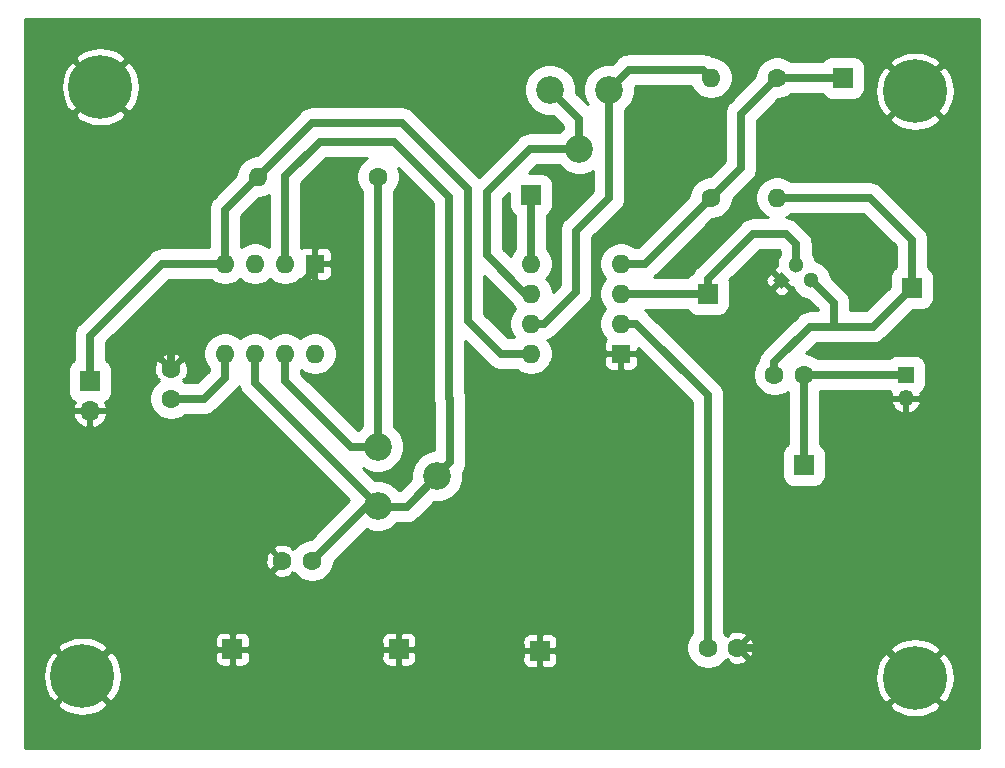
<source format=gbr>
%TF.GenerationSoftware,KiCad,Pcbnew,(5.1.6)-1*%
%TF.CreationDate,2020-10-03T13:42:35-07:00*%
%TF.ProjectId,mini project newest,6d696e69-2070-4726-9f6a-656374206e65,rev?*%
%TF.SameCoordinates,Original*%
%TF.FileFunction,Copper,L2,Bot*%
%TF.FilePolarity,Positive*%
%FSLAX46Y46*%
G04 Gerber Fmt 4.6, Leading zero omitted, Abs format (unit mm)*
G04 Created by KiCad (PCBNEW (5.1.6)-1) date 2020-10-03 13:42:35*
%MOMM*%
%LPD*%
G01*
G04 APERTURE LIST*
%TA.AperFunction,ComponentPad*%
%ADD10C,0.100000*%
%TD*%
%TA.AperFunction,ComponentPad*%
%ADD11C,1.300000*%
%TD*%
%TA.AperFunction,ComponentPad*%
%ADD12O,1.700000X1.700000*%
%TD*%
%TA.AperFunction,ComponentPad*%
%ADD13R,1.700000X1.700000*%
%TD*%
%TA.AperFunction,ComponentPad*%
%ADD14O,1.600000X1.600000*%
%TD*%
%TA.AperFunction,ComponentPad*%
%ADD15R,1.600000X1.600000*%
%TD*%
%TA.AperFunction,ComponentPad*%
%ADD16R,1.676400X1.676400*%
%TD*%
%TA.AperFunction,ComponentPad*%
%ADD17C,2.340000*%
%TD*%
%TA.AperFunction,ComponentPad*%
%ADD18C,1.600000*%
%TD*%
%TA.AperFunction,ComponentPad*%
%ADD19O,1.350000X1.350000*%
%TD*%
%TA.AperFunction,ComponentPad*%
%ADD20R,1.350000X1.350000*%
%TD*%
%TA.AperFunction,ComponentPad*%
%ADD21C,5.399999*%
%TD*%
%TA.AperFunction,ViaPad*%
%ADD22C,0.800000*%
%TD*%
%TA.AperFunction,Conductor*%
%ADD23C,0.250000*%
%TD*%
%TA.AperFunction,Conductor*%
%ADD24C,0.701040*%
%TD*%
%TA.AperFunction,Conductor*%
%ADD25C,0.254000*%
%TD*%
G04 APERTURE END LIST*
%TA.AperFunction,ComponentPad*%
D10*
%TO.P,Q1,1*%
%TO.N,Earth*%
G36*
X170307000Y-90761420D02*
G01*
X169588580Y-90043000D01*
X170307000Y-89324580D01*
X171025420Y-90043000D01*
X170307000Y-90761420D01*
G37*
%TD.AperFunction*%
D11*
%TO.P,Q1,3*%
%TO.N,Net-(C4-Pad2)*%
X172847000Y-90043000D03*
%TO.P,Q1,2*%
%TO.N,Net-(Q1-Pad2)*%
X171577000Y-88773000D03*
%TD*%
D12*
%TO.P,J1,2*%
%TO.N,Earth*%
X111760000Y-101108000D03*
D13*
%TO.P,J1,1*%
%TO.N,+9V*%
X111760000Y-98568000D03*
%TD*%
D14*
%TO.P,U1,8*%
%TO.N,+9V*%
X130810000Y-96266000D03*
%TO.P,U1,4*%
X123190000Y-88646000D03*
%TO.P,U1,7*%
%TO.N,Net-(R1-Pad1)*%
X128270000Y-96266000D03*
%TO.P,U1,3*%
%TO.N,Net-(TP4-Pad1)*%
X125730000Y-88646000D03*
%TO.P,U1,6*%
%TO.N,Net-(C2-Pad1)*%
X125730000Y-96266000D03*
%TO.P,U1,2*%
X128270000Y-88646000D03*
%TO.P,U1,5*%
%TO.N,Net-(C1-Pad1)*%
X123190000Y-96266000D03*
D15*
%TO.P,U1,1*%
%TO.N,Earth*%
X130810000Y-88646000D03*
%TD*%
D14*
%TO.P,U2,8*%
%TO.N,+9V*%
X149098000Y-96266000D03*
%TO.P,U2,4*%
X156718000Y-88646000D03*
%TO.P,U2,7*%
%TO.N,Net-(R2-Pad2)*%
X149098000Y-93726000D03*
%TO.P,U2,3*%
%TO.N,Net-(Q1-Pad2)*%
X156718000Y-91186000D03*
%TO.P,U2,6*%
%TO.N,Net-(C3-Pad1)*%
X149098000Y-91186000D03*
%TO.P,U2,2*%
X156718000Y-93726000D03*
%TO.P,U2,5*%
%TO.N,Net-(TP4-Pad1)*%
X149098000Y-88646000D03*
D15*
%TO.P,U2,1*%
%TO.N,Earth*%
X156718000Y-96266000D03*
%TD*%
D16*
%TO.P,TP8,1*%
%TO.N,Net-(C4-Pad1)*%
X172212000Y-105664000D03*
%TD*%
%TO.P,TP7,1*%
%TO.N,Net-(C4-Pad2)*%
X181356000Y-90678000D03*
%TD*%
%TO.P,TP6,1*%
%TO.N,+9V*%
X175514000Y-72898000D03*
%TD*%
%TO.P,TP5,1*%
%TO.N,Net-(Q1-Pad2)*%
X164084000Y-91186000D03*
%TD*%
%TO.P,TP4,1*%
%TO.N,Net-(TP4-Pad1)*%
X149098000Y-82804000D03*
%TD*%
%TO.P,TP3,1*%
%TO.N,Earth*%
X149860000Y-121412000D03*
%TD*%
%TO.P,TP2,1*%
%TO.N,Earth*%
X137922000Y-121285000D03*
%TD*%
%TO.P,TP1,1*%
%TO.N,Earth*%
X123825000Y-121285000D03*
%TD*%
D17*
%TO.P,RV2,1*%
%TO.N,Net-(R2-Pad2)*%
X155702000Y-73914000D03*
%TO.P,RV2,2*%
%TO.N,Net-(C3-Pad1)*%
X153202000Y-78914000D03*
%TO.P,RV2,3*%
X150702000Y-73914000D03*
%TD*%
%TO.P,RV1,1*%
%TO.N,Net-(R1-Pad1)*%
X136144000Y-104140000D03*
%TO.P,RV1,2*%
%TO.N,Net-(C2-Pad1)*%
X141144000Y-106640000D03*
%TO.P,RV1,3*%
X136144000Y-109140000D03*
%TD*%
D14*
%TO.P,R3,2*%
%TO.N,Net-(C4-Pad2)*%
X169926000Y-83058000D03*
D18*
%TO.P,R3,1*%
%TO.N,+9V*%
X169926000Y-72898000D03*
%TD*%
D14*
%TO.P,R2,2*%
%TO.N,Net-(R2-Pad2)*%
X164338000Y-72898000D03*
D18*
%TO.P,R2,1*%
%TO.N,+9V*%
X164338000Y-83058000D03*
%TD*%
D14*
%TO.P,R1,2*%
%TO.N,+9V*%
X125984000Y-81280000D03*
D18*
%TO.P,R1,1*%
%TO.N,Net-(R1-Pad1)*%
X136144000Y-81280000D03*
%TD*%
D19*
%TO.P,LS1,2*%
%TO.N,Earth*%
X180848000Y-100044000D03*
D20*
%TO.P,LS1,1*%
%TO.N,Net-(C4-Pad1)*%
X180848000Y-98044000D03*
%TD*%
D21*
%TO.P,H3,1*%
%TO.N,Earth*%
X181610000Y-123698000D03*
%TD*%
D18*
%TO.P,C4,2*%
%TO.N,Net-(C4-Pad2)*%
X169712000Y-98044000D03*
%TO.P,C4,1*%
%TO.N,Net-(C4-Pad1)*%
X172212000Y-98044000D03*
%TD*%
%TO.P,C3,2*%
%TO.N,Earth*%
X166584000Y-121158000D03*
%TO.P,C3,1*%
%TO.N,Net-(C3-Pad1)*%
X164084000Y-121158000D03*
%TD*%
%TO.P,C2,2*%
%TO.N,Earth*%
X128056000Y-113792000D03*
%TO.P,C2,1*%
%TO.N,Net-(C2-Pad1)*%
X130556000Y-113792000D03*
%TD*%
%TO.P,C1,2*%
%TO.N,Earth*%
X118618000Y-97576000D03*
%TO.P,C1,1*%
%TO.N,Net-(C1-Pad1)*%
X118618000Y-100076000D03*
%TD*%
D21*
%TO.P,H1,1*%
%TO.N,Earth*%
X112649000Y-73660000D03*
%TD*%
%TO.P,H2,1*%
%TO.N,Earth*%
X181610000Y-74041000D03*
%TD*%
%TO.P,H4,1*%
%TO.N,Earth*%
X111125000Y-123571000D03*
%TD*%
D22*
%TO.N,Earth*%
X139192000Y-92456000D03*
X138938000Y-85090000D03*
X139192000Y-99060000D03*
X157988000Y-84582000D03*
X159766000Y-77978000D03*
X151892000Y-83058000D03*
X147320000Y-85344000D03*
X145796000Y-91948000D03*
X125222000Y-85090000D03*
X177292000Y-87376000D03*
%TD*%
D23*
%TO.N,Earth*%
X166290000Y-120951000D02*
X166370000Y-121031000D01*
D24*
X118618000Y-97576000D02*
X118618000Y-94742000D01*
X118618000Y-94742000D02*
X120904000Y-92456000D01*
X130810000Y-89139529D02*
X130810000Y-88646000D01*
X127493529Y-92456000D02*
X130810000Y-89139529D01*
X120904000Y-92456000D02*
X127493529Y-92456000D01*
X179070000Y-121158000D02*
X181610000Y-123698000D01*
X166584000Y-121158000D02*
X179070000Y-121158000D01*
%TO.N,Net-(C1-Pad1)*%
X118618000Y-100076000D02*
X121412000Y-100076000D01*
X123190000Y-98298000D02*
X123190000Y-96266000D01*
X121412000Y-100076000D02*
X123190000Y-98298000D01*
%TO.N,Net-(C2-Pad1)*%
X135208000Y-109140000D02*
X136144000Y-109140000D01*
X130556000Y-113792000D02*
X135208000Y-109140000D01*
X125730000Y-98726000D02*
X136144000Y-109140000D01*
X125730000Y-96266000D02*
X125730000Y-98726000D01*
X141144000Y-106640000D02*
X138564000Y-109220000D01*
X136224000Y-109220000D02*
X136144000Y-109140000D01*
X138564000Y-109220000D02*
X136224000Y-109220000D01*
X141144000Y-106640000D02*
X141144000Y-106506000D01*
X141144000Y-106506000D02*
X142240000Y-105410000D01*
X142240000Y-105410000D02*
X142240000Y-100076000D01*
X142163790Y-99999790D02*
X142163790Y-82958828D01*
X142240000Y-100076000D02*
X142163790Y-99999790D01*
X142163790Y-82958828D02*
X137513172Y-78308210D01*
X137513172Y-78308210D02*
X131218828Y-78308210D01*
X131218828Y-78308210D02*
X128270000Y-81257038D01*
X128270000Y-81257038D02*
X128270000Y-88646000D01*
%TO.N,Net-(C3-Pad1)*%
X153202000Y-76414000D02*
X150702000Y-73914000D01*
X153202000Y-78914000D02*
X153202000Y-76414000D01*
X153202000Y-78914000D02*
X149000210Y-78914000D01*
X149000210Y-78914000D02*
X145364210Y-82550000D01*
X145364210Y-87945739D02*
X148604471Y-91186000D01*
X148604471Y-91186000D02*
X149098000Y-91186000D01*
X145364210Y-82550000D02*
X145364210Y-87945739D01*
X158027426Y-93726000D02*
X156718000Y-93726000D01*
X164084000Y-99782574D02*
X158027426Y-93726000D01*
X164084000Y-121158000D02*
X164084000Y-99782574D01*
%TO.N,Net-(C4-Pad1)*%
X173343370Y-98044000D02*
X180848000Y-98044000D01*
X172212000Y-98044000D02*
X173343370Y-98044000D01*
X179471960Y-98044000D02*
X180848000Y-98044000D01*
X172212000Y-98044000D02*
X172212000Y-105664000D01*
%TO.N,Net-(C4-Pad2)*%
X181356000Y-90678000D02*
X181356000Y-86614000D01*
X177800000Y-83058000D02*
X169926000Y-83058000D01*
X181356000Y-86614000D02*
X177800000Y-83058000D01*
X169712000Y-98044000D02*
X169712000Y-96988000D01*
X169712000Y-96988000D02*
X172720000Y-93980000D01*
X178054000Y-93980000D02*
X181356000Y-90678000D01*
X174752000Y-91948000D02*
X172982765Y-90178765D01*
X174752000Y-93980000D02*
X174752000Y-91948000D01*
X174752000Y-93980000D02*
X178054000Y-93980000D01*
X172720000Y-93980000D02*
X174752000Y-93980000D01*
%TO.N,+9V*%
X169926000Y-72898000D02*
X175514000Y-72898000D01*
X158750000Y-88646000D02*
X164338000Y-83058000D01*
X156718000Y-88646000D02*
X158750000Y-88646000D01*
X166878000Y-80518000D02*
X164338000Y-83058000D01*
X169926000Y-72898000D02*
X166878000Y-75946000D01*
X166878000Y-75946000D02*
X166878000Y-80518000D01*
X123190000Y-84074000D02*
X125984000Y-81280000D01*
X123190000Y-88646000D02*
X123190000Y-84074000D01*
X125984000Y-81280000D02*
X130556000Y-76708000D01*
X130556000Y-76708000D02*
X138176000Y-76708000D01*
X138176000Y-76708000D02*
X143764000Y-82296000D01*
X149098000Y-96266000D02*
X146558000Y-96266000D01*
X143764000Y-93472000D02*
X143764000Y-82296000D01*
X146558000Y-96266000D02*
X143764000Y-93472000D01*
X111760000Y-98568000D02*
X111760000Y-94742000D01*
X117856000Y-88646000D02*
X123190000Y-88646000D01*
X111760000Y-94742000D02*
X117856000Y-88646000D01*
%TO.N,Net-(R1-Pad1)*%
X128270000Y-96266000D02*
X128270000Y-98552000D01*
X133858000Y-104140000D02*
X136144000Y-104140000D01*
X128270000Y-98552000D02*
X133858000Y-104140000D01*
X136144000Y-81280000D02*
X136144000Y-104140000D01*
%TO.N,Net-(R2-Pad2)*%
X155702000Y-73914000D02*
X157403790Y-72212210D01*
X163652210Y-72212210D02*
X164338000Y-72898000D01*
X157403790Y-72212210D02*
X163652210Y-72212210D01*
X150229370Y-93726000D02*
X152908000Y-91047370D01*
X149098000Y-93726000D02*
X150229370Y-93726000D01*
X152908000Y-91047370D02*
X152908000Y-85852000D01*
X155702000Y-83058000D02*
X155702000Y-73914000D01*
X152908000Y-85852000D02*
X155702000Y-83058000D01*
%TO.N,Net-(TP4-Pad1)*%
X149098000Y-88646000D02*
X149098000Y-82804000D01*
%TO.N,Net-(Q1-Pad2)*%
X164084000Y-91186000D02*
X156718000Y-91186000D01*
X170688000Y-86106000D02*
X171577000Y-86995000D01*
X171577000Y-86995000D02*
X171577000Y-88143319D01*
X164084000Y-91186000D02*
X164084000Y-89916000D01*
X167894000Y-86106000D02*
X170688000Y-86106000D01*
X164084000Y-89916000D02*
X167894000Y-86106000D01*
%TD*%
D25*
%TO.N,Earth*%
G36*
X187071000Y-129667000D02*
G01*
X106299000Y-129667000D01*
X106299000Y-125916373D01*
X108959232Y-125916373D01*
X109259412Y-126354827D01*
X109838356Y-126665294D01*
X110466746Y-126856850D01*
X111120431Y-126922132D01*
X111774293Y-126858633D01*
X112403202Y-126668792D01*
X112982992Y-126359903D01*
X112990588Y-126354827D01*
X113203819Y-126043373D01*
X179444232Y-126043373D01*
X179744412Y-126481827D01*
X180323356Y-126792294D01*
X180951746Y-126983850D01*
X181605431Y-127049132D01*
X182259293Y-126985633D01*
X182888202Y-126795792D01*
X183467992Y-126486903D01*
X183475588Y-126481827D01*
X183775768Y-126043373D01*
X181610000Y-123877605D01*
X179444232Y-126043373D01*
X113203819Y-126043373D01*
X113290768Y-125916373D01*
X111125000Y-123750605D01*
X108959232Y-125916373D01*
X106299000Y-125916373D01*
X106299000Y-123566431D01*
X107773868Y-123566431D01*
X107837367Y-124220293D01*
X108027208Y-124849202D01*
X108336097Y-125428992D01*
X108341173Y-125436588D01*
X108779627Y-125736768D01*
X110945395Y-123571000D01*
X111304605Y-123571000D01*
X113470373Y-125736768D01*
X113908827Y-125436588D01*
X114219294Y-124857644D01*
X114410850Y-124229254D01*
X114464361Y-123693431D01*
X178258868Y-123693431D01*
X178322367Y-124347293D01*
X178512208Y-124976202D01*
X178821097Y-125555992D01*
X178826173Y-125563588D01*
X179264627Y-125863768D01*
X181430395Y-123698000D01*
X181789605Y-123698000D01*
X183955373Y-125863768D01*
X184393827Y-125563588D01*
X184704294Y-124984644D01*
X184895850Y-124356254D01*
X184961132Y-123702569D01*
X184897633Y-123048707D01*
X184707792Y-122419798D01*
X184398903Y-121840008D01*
X184393827Y-121832412D01*
X183955373Y-121532232D01*
X181789605Y-123698000D01*
X181430395Y-123698000D01*
X179264627Y-121532232D01*
X178826173Y-121832412D01*
X178515706Y-122411356D01*
X178324150Y-123039746D01*
X178258868Y-123693431D01*
X114464361Y-123693431D01*
X114476132Y-123575569D01*
X114412633Y-122921707D01*
X114222792Y-122292798D01*
X114132437Y-122123200D01*
X122348728Y-122123200D01*
X122360988Y-122247682D01*
X122397298Y-122367380D01*
X122456263Y-122477694D01*
X122535615Y-122574385D01*
X122632306Y-122653737D01*
X122742620Y-122712702D01*
X122862318Y-122749012D01*
X122986800Y-122761272D01*
X123539250Y-122758200D01*
X123698000Y-122599450D01*
X123698000Y-121412000D01*
X123952000Y-121412000D01*
X123952000Y-122599450D01*
X124110750Y-122758200D01*
X124663200Y-122761272D01*
X124787682Y-122749012D01*
X124907380Y-122712702D01*
X125017694Y-122653737D01*
X125114385Y-122574385D01*
X125193737Y-122477694D01*
X125252702Y-122367380D01*
X125289012Y-122247682D01*
X125301272Y-122123200D01*
X136445728Y-122123200D01*
X136457988Y-122247682D01*
X136494298Y-122367380D01*
X136553263Y-122477694D01*
X136632615Y-122574385D01*
X136729306Y-122653737D01*
X136839620Y-122712702D01*
X136959318Y-122749012D01*
X137083800Y-122761272D01*
X137636250Y-122758200D01*
X137795000Y-122599450D01*
X137795000Y-121412000D01*
X138049000Y-121412000D01*
X138049000Y-122599450D01*
X138207750Y-122758200D01*
X138760200Y-122761272D01*
X138884682Y-122749012D01*
X139004380Y-122712702D01*
X139114694Y-122653737D01*
X139211385Y-122574385D01*
X139290737Y-122477694D01*
X139349702Y-122367380D01*
X139385248Y-122250200D01*
X148383728Y-122250200D01*
X148395988Y-122374682D01*
X148432298Y-122494380D01*
X148491263Y-122604694D01*
X148570615Y-122701385D01*
X148667306Y-122780737D01*
X148777620Y-122839702D01*
X148897318Y-122876012D01*
X149021800Y-122888272D01*
X149574250Y-122885200D01*
X149733000Y-122726450D01*
X149733000Y-121539000D01*
X149987000Y-121539000D01*
X149987000Y-122726450D01*
X150145750Y-122885200D01*
X150698200Y-122888272D01*
X150822682Y-122876012D01*
X150942380Y-122839702D01*
X151052694Y-122780737D01*
X151149385Y-122701385D01*
X151228737Y-122604694D01*
X151287702Y-122494380D01*
X151324012Y-122374682D01*
X151336272Y-122250200D01*
X151333200Y-121697750D01*
X151174450Y-121539000D01*
X149987000Y-121539000D01*
X149733000Y-121539000D01*
X148545550Y-121539000D01*
X148386800Y-121697750D01*
X148383728Y-122250200D01*
X139385248Y-122250200D01*
X139386012Y-122247682D01*
X139398272Y-122123200D01*
X139395200Y-121570750D01*
X139236450Y-121412000D01*
X138049000Y-121412000D01*
X137795000Y-121412000D01*
X136607550Y-121412000D01*
X136448800Y-121570750D01*
X136445728Y-122123200D01*
X125301272Y-122123200D01*
X125298200Y-121570750D01*
X125139450Y-121412000D01*
X123952000Y-121412000D01*
X123698000Y-121412000D01*
X122510550Y-121412000D01*
X122351800Y-121570750D01*
X122348728Y-122123200D01*
X114132437Y-122123200D01*
X113913903Y-121713008D01*
X113908827Y-121705412D01*
X113470373Y-121405232D01*
X111304605Y-123571000D01*
X110945395Y-123571000D01*
X108779627Y-121405232D01*
X108341173Y-121705412D01*
X108030706Y-122284356D01*
X107839150Y-122912746D01*
X107773868Y-123566431D01*
X106299000Y-123566431D01*
X106299000Y-121225627D01*
X108959232Y-121225627D01*
X111125000Y-123391395D01*
X113290768Y-121225627D01*
X112990588Y-120787173D01*
X112411644Y-120476706D01*
X112313539Y-120446800D01*
X122348728Y-120446800D01*
X122351800Y-120999250D01*
X122510550Y-121158000D01*
X123698000Y-121158000D01*
X123698000Y-119970550D01*
X123952000Y-119970550D01*
X123952000Y-121158000D01*
X125139450Y-121158000D01*
X125298200Y-120999250D01*
X125301272Y-120446800D01*
X136445728Y-120446800D01*
X136448800Y-120999250D01*
X136607550Y-121158000D01*
X137795000Y-121158000D01*
X137795000Y-119970550D01*
X138049000Y-119970550D01*
X138049000Y-121158000D01*
X139236450Y-121158000D01*
X139395200Y-120999250D01*
X139397565Y-120573800D01*
X148383728Y-120573800D01*
X148386800Y-121126250D01*
X148545550Y-121285000D01*
X149733000Y-121285000D01*
X149733000Y-120097550D01*
X149987000Y-120097550D01*
X149987000Y-121285000D01*
X151174450Y-121285000D01*
X151333200Y-121126250D01*
X151336272Y-120573800D01*
X151324012Y-120449318D01*
X151287702Y-120329620D01*
X151228737Y-120219306D01*
X151149385Y-120122615D01*
X151052694Y-120043263D01*
X150942380Y-119984298D01*
X150822682Y-119947988D01*
X150698200Y-119935728D01*
X150145750Y-119938800D01*
X149987000Y-120097550D01*
X149733000Y-120097550D01*
X149574250Y-119938800D01*
X149021800Y-119935728D01*
X148897318Y-119947988D01*
X148777620Y-119984298D01*
X148667306Y-120043263D01*
X148570615Y-120122615D01*
X148491263Y-120219306D01*
X148432298Y-120329620D01*
X148395988Y-120449318D01*
X148383728Y-120573800D01*
X139397565Y-120573800D01*
X139398272Y-120446800D01*
X139386012Y-120322318D01*
X139349702Y-120202620D01*
X139290737Y-120092306D01*
X139211385Y-119995615D01*
X139114694Y-119916263D01*
X139004380Y-119857298D01*
X138884682Y-119820988D01*
X138760200Y-119808728D01*
X138207750Y-119811800D01*
X138049000Y-119970550D01*
X137795000Y-119970550D01*
X137636250Y-119811800D01*
X137083800Y-119808728D01*
X136959318Y-119820988D01*
X136839620Y-119857298D01*
X136729306Y-119916263D01*
X136632615Y-119995615D01*
X136553263Y-120092306D01*
X136494298Y-120202620D01*
X136457988Y-120322318D01*
X136445728Y-120446800D01*
X125301272Y-120446800D01*
X125289012Y-120322318D01*
X125252702Y-120202620D01*
X125193737Y-120092306D01*
X125114385Y-119995615D01*
X125017694Y-119916263D01*
X124907380Y-119857298D01*
X124787682Y-119820988D01*
X124663200Y-119808728D01*
X124110750Y-119811800D01*
X123952000Y-119970550D01*
X123698000Y-119970550D01*
X123539250Y-119811800D01*
X122986800Y-119808728D01*
X122862318Y-119820988D01*
X122742620Y-119857298D01*
X122632306Y-119916263D01*
X122535615Y-119995615D01*
X122456263Y-120092306D01*
X122397298Y-120202620D01*
X122360988Y-120322318D01*
X122348728Y-120446800D01*
X112313539Y-120446800D01*
X111783254Y-120285150D01*
X111129569Y-120219868D01*
X110475707Y-120283367D01*
X109846798Y-120473208D01*
X109267008Y-120782097D01*
X109259412Y-120787173D01*
X108959232Y-121225627D01*
X106299000Y-121225627D01*
X106299000Y-113862512D01*
X126615783Y-113862512D01*
X126657213Y-114142130D01*
X126752397Y-114408292D01*
X126819329Y-114533514D01*
X127063298Y-114605097D01*
X127876395Y-113792000D01*
X127063298Y-112978903D01*
X126819329Y-113050486D01*
X126698429Y-113305996D01*
X126629700Y-113580184D01*
X126615783Y-113862512D01*
X106299000Y-113862512D01*
X106299000Y-101464890D01*
X110318524Y-101464890D01*
X110363175Y-101612099D01*
X110488359Y-101874920D01*
X110662412Y-102108269D01*
X110878645Y-102303178D01*
X111128748Y-102452157D01*
X111403109Y-102549481D01*
X111633000Y-102428814D01*
X111633000Y-101235000D01*
X111887000Y-101235000D01*
X111887000Y-102428814D01*
X112116891Y-102549481D01*
X112391252Y-102452157D01*
X112641355Y-102303178D01*
X112857588Y-102108269D01*
X113031641Y-101874920D01*
X113156825Y-101612099D01*
X113201476Y-101464890D01*
X113080155Y-101235000D01*
X111887000Y-101235000D01*
X111633000Y-101235000D01*
X110439845Y-101235000D01*
X110318524Y-101464890D01*
X106299000Y-101464890D01*
X106299000Y-97718000D01*
X109878875Y-97718000D01*
X109878875Y-99418000D01*
X109898688Y-99619163D01*
X109957365Y-99812594D01*
X110052651Y-99990862D01*
X110180885Y-100147115D01*
X110337138Y-100275349D01*
X110482627Y-100353114D01*
X110363175Y-100603901D01*
X110318524Y-100751110D01*
X110439845Y-100981000D01*
X111633000Y-100981000D01*
X111633000Y-100961000D01*
X111887000Y-100961000D01*
X111887000Y-100981000D01*
X113080155Y-100981000D01*
X113201476Y-100751110D01*
X113156825Y-100603901D01*
X113037373Y-100353114D01*
X113182862Y-100275349D01*
X113339115Y-100147115D01*
X113467349Y-99990862D01*
X113562635Y-99812594D01*
X113621312Y-99619163D01*
X113641125Y-99418000D01*
X113641125Y-97718000D01*
X113621312Y-97516837D01*
X113562635Y-97323406D01*
X113467349Y-97145138D01*
X113339115Y-96988885D01*
X113182862Y-96860651D01*
X113136680Y-96835966D01*
X113136680Y-96583298D01*
X117804903Y-96583298D01*
X118618000Y-97396395D01*
X119431097Y-96583298D01*
X119359514Y-96339329D01*
X119104004Y-96218429D01*
X118829816Y-96149700D01*
X118547488Y-96135783D01*
X118267870Y-96177213D01*
X118001708Y-96272397D01*
X117876486Y-96339329D01*
X117804903Y-96583298D01*
X113136680Y-96583298D01*
X113136680Y-95312238D01*
X118426239Y-90022680D01*
X121984100Y-90022680D01*
X122025891Y-90064471D01*
X122324989Y-90264322D01*
X122657329Y-90401982D01*
X123010139Y-90472160D01*
X123369861Y-90472160D01*
X123722671Y-90401982D01*
X124055011Y-90264322D01*
X124354109Y-90064471D01*
X124460000Y-89958580D01*
X124565891Y-90064471D01*
X124864989Y-90264322D01*
X125197329Y-90401982D01*
X125550139Y-90472160D01*
X125909861Y-90472160D01*
X126262671Y-90401982D01*
X126595011Y-90264322D01*
X126894109Y-90064471D01*
X127000000Y-89958580D01*
X127105891Y-90064471D01*
X127404989Y-90264322D01*
X127737329Y-90401982D01*
X128090139Y-90472160D01*
X128449861Y-90472160D01*
X128802671Y-90401982D01*
X129135011Y-90264322D01*
X129434109Y-90064471D01*
X129582202Y-89916378D01*
X129655506Y-89976537D01*
X129765820Y-90035502D01*
X129885518Y-90071812D01*
X130010000Y-90084072D01*
X130524250Y-90081000D01*
X130683000Y-89922250D01*
X130683000Y-88773000D01*
X130937000Y-88773000D01*
X130937000Y-89922250D01*
X131095750Y-90081000D01*
X131610000Y-90084072D01*
X131734482Y-90071812D01*
X131854180Y-90035502D01*
X131964494Y-89976537D01*
X132061185Y-89897185D01*
X132140537Y-89800494D01*
X132199502Y-89690180D01*
X132235812Y-89570482D01*
X132248072Y-89446000D01*
X132245000Y-88931750D01*
X132086250Y-88773000D01*
X130937000Y-88773000D01*
X130683000Y-88773000D01*
X130663000Y-88773000D01*
X130663000Y-88519000D01*
X130683000Y-88519000D01*
X130683000Y-87369750D01*
X130937000Y-87369750D01*
X130937000Y-88519000D01*
X132086250Y-88519000D01*
X132245000Y-88360250D01*
X132248072Y-87846000D01*
X132235812Y-87721518D01*
X132199502Y-87601820D01*
X132140537Y-87491506D01*
X132061185Y-87394815D01*
X131964494Y-87315463D01*
X131854180Y-87256498D01*
X131734482Y-87220188D01*
X131610000Y-87207928D01*
X131095750Y-87211000D01*
X130937000Y-87369750D01*
X130683000Y-87369750D01*
X130524250Y-87211000D01*
X130010000Y-87207928D01*
X129885518Y-87220188D01*
X129765820Y-87256498D01*
X129655506Y-87315463D01*
X129646680Y-87322706D01*
X129646680Y-81827276D01*
X131789068Y-79684890D01*
X135244250Y-79684890D01*
X134979891Y-79861529D01*
X134725529Y-80115891D01*
X134525678Y-80414989D01*
X134388018Y-80747329D01*
X134317840Y-81100139D01*
X134317840Y-81459861D01*
X134388018Y-81812671D01*
X134525678Y-82145011D01*
X134725529Y-82444109D01*
X134767320Y-82485900D01*
X134767321Y-102418569D01*
X134744030Y-102434131D01*
X134438131Y-102740030D01*
X134424841Y-102759921D01*
X129646680Y-97981762D01*
X129646680Y-97684998D01*
X129944989Y-97884322D01*
X130277329Y-98021982D01*
X130630139Y-98092160D01*
X130989861Y-98092160D01*
X131342671Y-98021982D01*
X131675011Y-97884322D01*
X131974109Y-97684471D01*
X132228471Y-97430109D01*
X132428322Y-97131011D01*
X132565982Y-96798671D01*
X132636160Y-96445861D01*
X132636160Y-96086139D01*
X132565982Y-95733329D01*
X132428322Y-95400989D01*
X132228471Y-95101891D01*
X131974109Y-94847529D01*
X131675011Y-94647678D01*
X131342671Y-94510018D01*
X130989861Y-94439840D01*
X130630139Y-94439840D01*
X130277329Y-94510018D01*
X129944989Y-94647678D01*
X129645891Y-94847529D01*
X129540000Y-94953420D01*
X129434109Y-94847529D01*
X129135011Y-94647678D01*
X128802671Y-94510018D01*
X128449861Y-94439840D01*
X128090139Y-94439840D01*
X127737329Y-94510018D01*
X127404989Y-94647678D01*
X127105891Y-94847529D01*
X127000000Y-94953420D01*
X126894109Y-94847529D01*
X126595011Y-94647678D01*
X126262671Y-94510018D01*
X125909861Y-94439840D01*
X125550139Y-94439840D01*
X125197329Y-94510018D01*
X124864989Y-94647678D01*
X124565891Y-94847529D01*
X124460000Y-94953420D01*
X124354109Y-94847529D01*
X124055011Y-94647678D01*
X123722671Y-94510018D01*
X123369861Y-94439840D01*
X123010139Y-94439840D01*
X122657329Y-94510018D01*
X122324989Y-94647678D01*
X122025891Y-94847529D01*
X121771529Y-95101891D01*
X121571678Y-95400989D01*
X121434018Y-95733329D01*
X121363840Y-96086139D01*
X121363840Y-96445861D01*
X121434018Y-96798671D01*
X121571678Y-97131011D01*
X121771529Y-97430109D01*
X121813320Y-97471900D01*
X121813320Y-97727761D01*
X120841762Y-98699320D01*
X119823900Y-98699320D01*
X119782109Y-98657529D01*
X119657847Y-98574500D01*
X119726977Y-98505370D01*
X119610704Y-98389097D01*
X119854671Y-98317514D01*
X119975571Y-98062004D01*
X120044300Y-97787816D01*
X120058217Y-97505488D01*
X120016787Y-97225870D01*
X119921603Y-96959708D01*
X119854671Y-96834486D01*
X119610702Y-96762903D01*
X118797605Y-97576000D01*
X118811748Y-97590143D01*
X118632143Y-97769748D01*
X118618000Y-97755605D01*
X118603858Y-97769748D01*
X118424253Y-97590143D01*
X118438395Y-97576000D01*
X117625298Y-96762903D01*
X117381329Y-96834486D01*
X117260429Y-97089996D01*
X117191700Y-97364184D01*
X117177783Y-97646512D01*
X117219213Y-97926130D01*
X117314397Y-98192292D01*
X117381329Y-98317514D01*
X117625296Y-98389097D01*
X117509023Y-98505370D01*
X117578153Y-98574500D01*
X117453891Y-98657529D01*
X117199529Y-98911891D01*
X116999678Y-99210989D01*
X116862018Y-99543329D01*
X116791840Y-99896139D01*
X116791840Y-100255861D01*
X116862018Y-100608671D01*
X116999678Y-100941011D01*
X117199529Y-101240109D01*
X117453891Y-101494471D01*
X117752989Y-101694322D01*
X118085329Y-101831982D01*
X118438139Y-101902160D01*
X118797861Y-101902160D01*
X119150671Y-101831982D01*
X119483011Y-101694322D01*
X119782109Y-101494471D01*
X119823900Y-101452680D01*
X121344371Y-101452680D01*
X121412000Y-101459341D01*
X121681876Y-101432760D01*
X121845481Y-101383131D01*
X121941382Y-101354040D01*
X122180543Y-101226206D01*
X122390170Y-101054170D01*
X122433290Y-101001628D01*
X124115638Y-99319281D01*
X124168169Y-99276170D01*
X124340206Y-99066543D01*
X124374955Y-99001531D01*
X124451960Y-99255381D01*
X124486790Y-99320543D01*
X124579795Y-99494543D01*
X124751831Y-99704170D01*
X124804367Y-99747285D01*
X133729081Y-108672000D01*
X130435242Y-111965840D01*
X130376139Y-111965840D01*
X130023329Y-112036018D01*
X129690989Y-112173678D01*
X129391891Y-112373529D01*
X129137529Y-112627891D01*
X129054500Y-112752153D01*
X128985370Y-112683023D01*
X128869097Y-112799296D01*
X128797514Y-112555329D01*
X128542004Y-112434429D01*
X128267816Y-112365700D01*
X127985488Y-112351783D01*
X127705870Y-112393213D01*
X127439708Y-112488397D01*
X127314486Y-112555329D01*
X127242903Y-112799298D01*
X128056000Y-113612395D01*
X128070143Y-113598253D01*
X128249748Y-113777858D01*
X128235605Y-113792000D01*
X128249748Y-113806143D01*
X128070143Y-113985748D01*
X128056000Y-113971605D01*
X127242903Y-114784702D01*
X127314486Y-115028671D01*
X127569996Y-115149571D01*
X127844184Y-115218300D01*
X128126512Y-115232217D01*
X128406130Y-115190787D01*
X128672292Y-115095603D01*
X128797514Y-115028671D01*
X128869097Y-114784704D01*
X128985370Y-114900977D01*
X129054500Y-114831847D01*
X129137529Y-114956109D01*
X129391891Y-115210471D01*
X129690989Y-115410322D01*
X130023329Y-115547982D01*
X130376139Y-115618160D01*
X130735861Y-115618160D01*
X131088671Y-115547982D01*
X131421011Y-115410322D01*
X131720109Y-115210471D01*
X131974471Y-114956109D01*
X132174322Y-114657011D01*
X132311982Y-114324671D01*
X132382160Y-113971861D01*
X132382160Y-113912758D01*
X135177960Y-111116959D01*
X135503404Y-111251763D01*
X135927697Y-111336160D01*
X136360303Y-111336160D01*
X136784596Y-111251763D01*
X137184272Y-111086211D01*
X137543970Y-110845869D01*
X137793159Y-110596680D01*
X138496371Y-110596680D01*
X138564000Y-110603341D01*
X138833876Y-110576760D01*
X139093382Y-110498040D01*
X139332543Y-110370206D01*
X139542170Y-110198170D01*
X139585290Y-110145628D01*
X140900223Y-108830695D01*
X140927697Y-108836160D01*
X141360303Y-108836160D01*
X141784596Y-108751763D01*
X142184272Y-108586211D01*
X142543970Y-108345869D01*
X142849869Y-108039970D01*
X143090211Y-107680272D01*
X143255763Y-107280596D01*
X143340160Y-106856303D01*
X143340160Y-106423697D01*
X143310673Y-106275454D01*
X143390206Y-106178543D01*
X143518040Y-105939382D01*
X143596760Y-105679876D01*
X143602784Y-105618720D01*
X143623341Y-105410001D01*
X143616680Y-105342372D01*
X143616680Y-100143628D01*
X143623341Y-100075999D01*
X143596760Y-99806124D01*
X143569101Y-99714945D01*
X143540470Y-99620560D01*
X143540470Y-95195388D01*
X145536714Y-97191633D01*
X145579830Y-97244170D01*
X145789457Y-97416206D01*
X146028618Y-97544040D01*
X146158371Y-97583400D01*
X146288123Y-97622760D01*
X146558000Y-97649341D01*
X146625629Y-97642680D01*
X147892100Y-97642680D01*
X147933891Y-97684471D01*
X148232989Y-97884322D01*
X148565329Y-98021982D01*
X148918139Y-98092160D01*
X149277861Y-98092160D01*
X149630671Y-98021982D01*
X149963011Y-97884322D01*
X150262109Y-97684471D01*
X150516471Y-97430109D01*
X150716322Y-97131011D01*
X150743250Y-97066000D01*
X155279928Y-97066000D01*
X155292188Y-97190482D01*
X155328498Y-97310180D01*
X155387463Y-97420494D01*
X155466815Y-97517185D01*
X155563506Y-97596537D01*
X155673820Y-97655502D01*
X155793518Y-97691812D01*
X155918000Y-97704072D01*
X156432250Y-97701000D01*
X156591000Y-97542250D01*
X156591000Y-96393000D01*
X156845000Y-96393000D01*
X156845000Y-97542250D01*
X157003750Y-97701000D01*
X157518000Y-97704072D01*
X157642482Y-97691812D01*
X157762180Y-97655502D01*
X157872494Y-97596537D01*
X157969185Y-97517185D01*
X158048537Y-97420494D01*
X158107502Y-97310180D01*
X158143812Y-97190482D01*
X158156072Y-97066000D01*
X158153000Y-96551750D01*
X157994250Y-96393000D01*
X156845000Y-96393000D01*
X156591000Y-96393000D01*
X155441750Y-96393000D01*
X155283000Y-96551750D01*
X155279928Y-97066000D01*
X150743250Y-97066000D01*
X150853982Y-96798671D01*
X150924160Y-96445861D01*
X150924160Y-96086139D01*
X150853982Y-95733329D01*
X150716322Y-95400989D01*
X150516471Y-95101891D01*
X150497511Y-95082931D01*
X150499246Y-95082760D01*
X150723231Y-95014815D01*
X150758752Y-95004040D01*
X150997913Y-94876206D01*
X151207540Y-94704170D01*
X151250660Y-94651628D01*
X153833638Y-92068651D01*
X153886169Y-92025540D01*
X154058206Y-91815913D01*
X154186040Y-91576752D01*
X154264760Y-91317246D01*
X154284680Y-91114999D01*
X154284680Y-91114998D01*
X154291341Y-91047370D01*
X154284680Y-90979741D01*
X154284680Y-88466139D01*
X154891840Y-88466139D01*
X154891840Y-88825861D01*
X154962018Y-89178671D01*
X155099678Y-89511011D01*
X155299529Y-89810109D01*
X155405420Y-89916000D01*
X155299529Y-90021891D01*
X155099678Y-90320989D01*
X154962018Y-90653329D01*
X154891840Y-91006139D01*
X154891840Y-91365861D01*
X154962018Y-91718671D01*
X155099678Y-92051011D01*
X155299529Y-92350109D01*
X155405420Y-92456000D01*
X155299529Y-92561891D01*
X155099678Y-92860989D01*
X154962018Y-93193329D01*
X154891840Y-93546139D01*
X154891840Y-93905861D01*
X154962018Y-94258671D01*
X155099678Y-94591011D01*
X155299529Y-94890109D01*
X155447622Y-95038202D01*
X155387463Y-95111506D01*
X155328498Y-95221820D01*
X155292188Y-95341518D01*
X155279928Y-95466000D01*
X155283000Y-95980250D01*
X155441750Y-96139000D01*
X156591000Y-96139000D01*
X156591000Y-96119000D01*
X156845000Y-96119000D01*
X156845000Y-96139000D01*
X157994250Y-96139000D01*
X158153000Y-95980250D01*
X158154079Y-95799572D01*
X162707321Y-100352814D01*
X162707320Y-119952100D01*
X162665529Y-119993891D01*
X162465678Y-120292989D01*
X162328018Y-120625329D01*
X162257840Y-120978139D01*
X162257840Y-121337861D01*
X162328018Y-121690671D01*
X162465678Y-122023011D01*
X162665529Y-122322109D01*
X162919891Y-122576471D01*
X163218989Y-122776322D01*
X163551329Y-122913982D01*
X163904139Y-122984160D01*
X164263861Y-122984160D01*
X164616671Y-122913982D01*
X164949011Y-122776322D01*
X165248109Y-122576471D01*
X165502471Y-122322109D01*
X165585500Y-122197847D01*
X165654630Y-122266977D01*
X165770903Y-122150704D01*
X165842486Y-122394671D01*
X166097996Y-122515571D01*
X166372184Y-122584300D01*
X166654512Y-122598217D01*
X166934130Y-122556787D01*
X167200292Y-122461603D01*
X167325514Y-122394671D01*
X167397097Y-122150702D01*
X166584000Y-121337605D01*
X166569858Y-121351748D01*
X166390253Y-121172143D01*
X166404395Y-121158000D01*
X166763605Y-121158000D01*
X167576702Y-121971097D01*
X167820671Y-121899514D01*
X167941571Y-121644004D01*
X168010300Y-121369816D01*
X168011147Y-121352627D01*
X179444232Y-121352627D01*
X181610000Y-123518395D01*
X183775768Y-121352627D01*
X183475588Y-120914173D01*
X182896644Y-120603706D01*
X182268254Y-120412150D01*
X181614569Y-120346868D01*
X180960707Y-120410367D01*
X180331798Y-120600208D01*
X179752008Y-120909097D01*
X179744412Y-120914173D01*
X179444232Y-121352627D01*
X168011147Y-121352627D01*
X168024217Y-121087488D01*
X167982787Y-120807870D01*
X167887603Y-120541708D01*
X167820671Y-120416486D01*
X167576702Y-120344903D01*
X166763605Y-121158000D01*
X166404395Y-121158000D01*
X166390253Y-121143858D01*
X166569858Y-120964253D01*
X166584000Y-120978395D01*
X167397097Y-120165298D01*
X167325514Y-119921329D01*
X167070004Y-119800429D01*
X166795816Y-119731700D01*
X166513488Y-119717783D01*
X166233870Y-119759213D01*
X165967708Y-119854397D01*
X165842486Y-119921329D01*
X165770903Y-120165296D01*
X165654630Y-120049023D01*
X165585500Y-120118153D01*
X165502471Y-119993891D01*
X165460680Y-119952100D01*
X165460680Y-99850202D01*
X165467341Y-99782573D01*
X165440760Y-99512697D01*
X165362040Y-99253192D01*
X165278757Y-99097381D01*
X165234206Y-99014031D01*
X165062170Y-98804404D01*
X165009634Y-98761289D01*
X159048716Y-92800372D01*
X159005596Y-92747830D01*
X158795969Y-92575794D01*
X158771434Y-92562680D01*
X162370073Y-92562680D01*
X162388451Y-92597062D01*
X162516685Y-92753315D01*
X162672938Y-92881549D01*
X162851206Y-92976835D01*
X163044637Y-93035512D01*
X163245800Y-93055325D01*
X164922200Y-93055325D01*
X165123363Y-93035512D01*
X165316794Y-92976835D01*
X165495062Y-92881549D01*
X165651315Y-92753315D01*
X165779549Y-92597062D01*
X165874835Y-92418794D01*
X165933512Y-92225363D01*
X165953325Y-92024200D01*
X165953325Y-90828772D01*
X169700833Y-90828772D01*
X169700833Y-91053279D01*
X169855815Y-91212606D01*
X169952506Y-91291958D01*
X170062820Y-91350923D01*
X170182519Y-91387232D01*
X170307000Y-91399492D01*
X170431481Y-91387232D01*
X170551180Y-91350923D01*
X170661494Y-91291958D01*
X170758185Y-91212606D01*
X170913167Y-91053279D01*
X170913167Y-90828772D01*
X170307000Y-90222605D01*
X169700833Y-90828772D01*
X165953325Y-90828772D01*
X165953325Y-90347800D01*
X165933512Y-90146637D01*
X165902503Y-90044415D01*
X165903918Y-90043000D01*
X168950508Y-90043000D01*
X168962768Y-90167481D01*
X168999077Y-90287180D01*
X169058042Y-90397494D01*
X169137394Y-90494185D01*
X169296721Y-90649167D01*
X169521228Y-90649167D01*
X170127395Y-90043000D01*
X169521228Y-89436833D01*
X169296721Y-89436833D01*
X169137394Y-89591815D01*
X169058042Y-89688506D01*
X168999077Y-89798820D01*
X168962768Y-89918519D01*
X168950508Y-90043000D01*
X165903918Y-90043000D01*
X168464239Y-87482680D01*
X170117762Y-87482680D01*
X170200320Y-87565238D01*
X170200320Y-87816339D01*
X170091606Y-87979041D01*
X169965254Y-88284082D01*
X169900840Y-88607913D01*
X169900840Y-88836443D01*
X169855815Y-88873394D01*
X169700833Y-89032721D01*
X169700833Y-89257228D01*
X170254798Y-89811193D01*
X170275042Y-89841490D01*
X170508510Y-90074958D01*
X170538807Y-90095202D01*
X171092772Y-90649167D01*
X171283820Y-90649167D01*
X171361606Y-90836959D01*
X171545042Y-91111490D01*
X171778510Y-91344958D01*
X172053041Y-91528394D01*
X172358082Y-91654746D01*
X172550003Y-91692922D01*
X173375321Y-92518239D01*
X173375321Y-92603320D01*
X172787628Y-92603320D01*
X172719999Y-92596659D01*
X172450123Y-92623240D01*
X172190618Y-92701960D01*
X171951457Y-92829794D01*
X171741830Y-93001830D01*
X171698719Y-93054361D01*
X168786367Y-95966715D01*
X168733831Y-96009830D01*
X168561794Y-96219457D01*
X168433960Y-96458618D01*
X168372672Y-96660659D01*
X168355240Y-96718124D01*
X168344308Y-96829112D01*
X168293529Y-96879891D01*
X168093678Y-97178989D01*
X167956018Y-97511329D01*
X167885840Y-97864139D01*
X167885840Y-98223861D01*
X167956018Y-98576671D01*
X168093678Y-98909011D01*
X168293529Y-99208109D01*
X168547891Y-99462471D01*
X168846989Y-99662322D01*
X169179329Y-99799982D01*
X169532139Y-99870160D01*
X169891861Y-99870160D01*
X170244671Y-99799982D01*
X170577011Y-99662322D01*
X170835320Y-99489725D01*
X170835321Y-103950073D01*
X170800938Y-103968451D01*
X170644685Y-104096685D01*
X170516451Y-104252938D01*
X170421165Y-104431206D01*
X170362488Y-104624637D01*
X170342675Y-104825800D01*
X170342675Y-106502200D01*
X170362488Y-106703363D01*
X170421165Y-106896794D01*
X170516451Y-107075062D01*
X170644685Y-107231315D01*
X170800938Y-107359549D01*
X170979206Y-107454835D01*
X171172637Y-107513512D01*
X171373800Y-107533325D01*
X173050200Y-107533325D01*
X173251363Y-107513512D01*
X173444794Y-107454835D01*
X173623062Y-107359549D01*
X173779315Y-107231315D01*
X173907549Y-107075062D01*
X174002835Y-106896794D01*
X174061512Y-106703363D01*
X174081325Y-106502200D01*
X174081325Y-104825800D01*
X174061512Y-104624637D01*
X174002835Y-104431206D01*
X173907549Y-104252938D01*
X173779315Y-104096685D01*
X173623062Y-103968451D01*
X173588680Y-103950073D01*
X173588680Y-100373400D01*
X179580090Y-100373400D01*
X179610762Y-100474528D01*
X179718527Y-100707629D01*
X179869697Y-100915227D01*
X180058463Y-101089344D01*
X180277570Y-101223289D01*
X180518599Y-101311915D01*
X180721000Y-101189085D01*
X180721000Y-100171000D01*
X180975000Y-100171000D01*
X180975000Y-101189085D01*
X181177401Y-101311915D01*
X181418430Y-101223289D01*
X181637537Y-101089344D01*
X181826303Y-100915227D01*
X181977473Y-100707629D01*
X182085238Y-100474528D01*
X182115910Y-100373400D01*
X181992224Y-100171000D01*
X180975000Y-100171000D01*
X180721000Y-100171000D01*
X179703776Y-100171000D01*
X179580090Y-100373400D01*
X173588680Y-100373400D01*
X173588680Y-99420680D01*
X179421370Y-99420680D01*
X179443885Y-99448115D01*
X179600138Y-99576349D01*
X179622419Y-99588258D01*
X179610762Y-99613472D01*
X179580090Y-99714600D01*
X179703776Y-99917000D01*
X180721000Y-99917000D01*
X180721000Y-99897000D01*
X180975000Y-99897000D01*
X180975000Y-99917000D01*
X181992224Y-99917000D01*
X182115910Y-99714600D01*
X182085238Y-99613472D01*
X182073581Y-99588258D01*
X182095862Y-99576349D01*
X182252115Y-99448115D01*
X182380349Y-99291862D01*
X182475635Y-99113594D01*
X182534312Y-98920163D01*
X182554125Y-98719000D01*
X182554125Y-97369000D01*
X182534312Y-97167837D01*
X182475635Y-96974406D01*
X182380349Y-96796138D01*
X182252115Y-96639885D01*
X182095862Y-96511651D01*
X181917594Y-96416365D01*
X181724163Y-96357688D01*
X181523000Y-96337875D01*
X180173000Y-96337875D01*
X179971837Y-96357688D01*
X179778406Y-96416365D01*
X179600138Y-96511651D01*
X179443885Y-96639885D01*
X179421370Y-96667320D01*
X173417900Y-96667320D01*
X173376109Y-96625529D01*
X173077011Y-96425678D01*
X172744671Y-96288018D01*
X172422904Y-96224015D01*
X173290240Y-95356680D01*
X174684371Y-95356680D01*
X174752000Y-95363341D01*
X174819629Y-95356680D01*
X177986371Y-95356680D01*
X178054000Y-95363341D01*
X178323876Y-95336760D01*
X178583382Y-95258040D01*
X178822543Y-95130206D01*
X179032170Y-94958170D01*
X179075290Y-94905628D01*
X181433594Y-92547325D01*
X182194200Y-92547325D01*
X182395363Y-92527512D01*
X182588794Y-92468835D01*
X182767062Y-92373549D01*
X182923315Y-92245315D01*
X183051549Y-92089062D01*
X183146835Y-91910794D01*
X183205512Y-91717363D01*
X183225325Y-91516200D01*
X183225325Y-89839800D01*
X183205512Y-89638637D01*
X183146835Y-89445206D01*
X183051549Y-89266938D01*
X182923315Y-89110685D01*
X182767062Y-88982451D01*
X182732680Y-88964073D01*
X182732680Y-86681621D01*
X182739340Y-86613999D01*
X182732680Y-86546378D01*
X182732680Y-86546371D01*
X182712760Y-86344124D01*
X182634040Y-86084618D01*
X182506206Y-85845457D01*
X182334170Y-85635830D01*
X182281639Y-85592719D01*
X178821290Y-82132372D01*
X178778170Y-82079830D01*
X178568543Y-81907794D01*
X178329382Y-81779960D01*
X178069876Y-81701240D01*
X177867629Y-81681320D01*
X177800000Y-81674659D01*
X177732371Y-81681320D01*
X171131900Y-81681320D01*
X171090109Y-81639529D01*
X170791011Y-81439678D01*
X170458671Y-81302018D01*
X170105861Y-81231840D01*
X169746139Y-81231840D01*
X169393329Y-81302018D01*
X169060989Y-81439678D01*
X168761891Y-81639529D01*
X168507529Y-81893891D01*
X168307678Y-82192989D01*
X168170018Y-82525329D01*
X168099840Y-82878139D01*
X168099840Y-83237861D01*
X168170018Y-83590671D01*
X168307678Y-83923011D01*
X168507529Y-84222109D01*
X168761891Y-84476471D01*
X169060989Y-84676322D01*
X169188937Y-84729320D01*
X167961629Y-84729320D01*
X167894000Y-84722659D01*
X167624123Y-84749240D01*
X167494371Y-84788600D01*
X167364618Y-84827960D01*
X167125457Y-84955794D01*
X166915830Y-85127830D01*
X166872714Y-85180367D01*
X163158367Y-88894715D01*
X163105831Y-88937830D01*
X162933795Y-89147457D01*
X162805960Y-89386618D01*
X162794110Y-89425684D01*
X162672938Y-89490451D01*
X162516685Y-89618685D01*
X162388451Y-89774938D01*
X162370073Y-89809320D01*
X159494008Y-89809320D01*
X159518543Y-89796206D01*
X159728170Y-89624170D01*
X159771290Y-89571628D01*
X164458760Y-84884160D01*
X164517861Y-84884160D01*
X164870671Y-84813982D01*
X165203011Y-84676322D01*
X165502109Y-84476471D01*
X165756471Y-84222109D01*
X165956322Y-83923011D01*
X166093982Y-83590671D01*
X166164160Y-83237861D01*
X166164160Y-83178759D01*
X167803639Y-81539281D01*
X167856170Y-81496170D01*
X168028206Y-81286543D01*
X168156040Y-81047382D01*
X168174307Y-80987163D01*
X168234760Y-80787877D01*
X168240691Y-80727656D01*
X168254680Y-80585629D01*
X168254680Y-80585622D01*
X168261340Y-80518001D01*
X168254680Y-80450379D01*
X168254680Y-76516238D01*
X168384545Y-76386373D01*
X179444232Y-76386373D01*
X179744412Y-76824827D01*
X180323356Y-77135294D01*
X180951746Y-77326850D01*
X181605431Y-77392132D01*
X182259293Y-77328633D01*
X182888202Y-77138792D01*
X183467992Y-76829903D01*
X183475588Y-76824827D01*
X183775768Y-76386373D01*
X181610000Y-74220605D01*
X179444232Y-76386373D01*
X168384545Y-76386373D01*
X170046759Y-74724160D01*
X170105861Y-74724160D01*
X170458671Y-74653982D01*
X170791011Y-74516322D01*
X171090109Y-74316471D01*
X171131900Y-74274680D01*
X173800073Y-74274680D01*
X173818451Y-74309062D01*
X173946685Y-74465315D01*
X174102938Y-74593549D01*
X174281206Y-74688835D01*
X174474637Y-74747512D01*
X174675800Y-74767325D01*
X176352200Y-74767325D01*
X176553363Y-74747512D01*
X176746794Y-74688835D01*
X176925062Y-74593549D01*
X177081315Y-74465315D01*
X177209549Y-74309062D01*
X177304835Y-74130794D01*
X177333459Y-74036431D01*
X178258868Y-74036431D01*
X178322367Y-74690293D01*
X178512208Y-75319202D01*
X178821097Y-75898992D01*
X178826173Y-75906588D01*
X179264627Y-76206768D01*
X181430395Y-74041000D01*
X181789605Y-74041000D01*
X183955373Y-76206768D01*
X184393827Y-75906588D01*
X184704294Y-75327644D01*
X184895850Y-74699254D01*
X184961132Y-74045569D01*
X184897633Y-73391707D01*
X184707792Y-72762798D01*
X184398903Y-72183008D01*
X184393827Y-72175412D01*
X183955373Y-71875232D01*
X181789605Y-74041000D01*
X181430395Y-74041000D01*
X179264627Y-71875232D01*
X178826173Y-72175412D01*
X178515706Y-72754356D01*
X178324150Y-73382746D01*
X178258868Y-74036431D01*
X177333459Y-74036431D01*
X177363512Y-73937363D01*
X177383325Y-73736200D01*
X177383325Y-72059800D01*
X177363512Y-71858637D01*
X177314064Y-71695627D01*
X179444232Y-71695627D01*
X181610000Y-73861395D01*
X183775768Y-71695627D01*
X183475588Y-71257173D01*
X182896644Y-70946706D01*
X182268254Y-70755150D01*
X181614569Y-70689868D01*
X180960707Y-70753367D01*
X180331798Y-70943208D01*
X179752008Y-71252097D01*
X179744412Y-71257173D01*
X179444232Y-71695627D01*
X177314064Y-71695627D01*
X177304835Y-71665206D01*
X177209549Y-71486938D01*
X177081315Y-71330685D01*
X176925062Y-71202451D01*
X176746794Y-71107165D01*
X176553363Y-71048488D01*
X176352200Y-71028675D01*
X174675800Y-71028675D01*
X174474637Y-71048488D01*
X174281206Y-71107165D01*
X174102938Y-71202451D01*
X173946685Y-71330685D01*
X173818451Y-71486938D01*
X173800073Y-71521320D01*
X171131900Y-71521320D01*
X171090109Y-71479529D01*
X170791011Y-71279678D01*
X170458671Y-71142018D01*
X170105861Y-71071840D01*
X169746139Y-71071840D01*
X169393329Y-71142018D01*
X169060989Y-71279678D01*
X168761891Y-71479529D01*
X168507529Y-71733891D01*
X168307678Y-72032989D01*
X168170018Y-72365329D01*
X168099840Y-72718139D01*
X168099840Y-72777241D01*
X165952368Y-74924714D01*
X165899830Y-74967831D01*
X165727794Y-75177458D01*
X165649114Y-75324659D01*
X165599960Y-75416619D01*
X165521240Y-75676124D01*
X165494659Y-75946000D01*
X165501320Y-76013629D01*
X165501321Y-79947759D01*
X164217241Y-81231840D01*
X164158139Y-81231840D01*
X163805329Y-81302018D01*
X163472989Y-81439678D01*
X163173891Y-81639529D01*
X162919529Y-81893891D01*
X162719678Y-82192989D01*
X162582018Y-82525329D01*
X162511840Y-82878139D01*
X162511840Y-82937240D01*
X158179762Y-87269320D01*
X157923900Y-87269320D01*
X157882109Y-87227529D01*
X157583011Y-87027678D01*
X157250671Y-86890018D01*
X156897861Y-86819840D01*
X156538139Y-86819840D01*
X156185329Y-86890018D01*
X155852989Y-87027678D01*
X155553891Y-87227529D01*
X155299529Y-87481891D01*
X155099678Y-87780989D01*
X154962018Y-88113329D01*
X154891840Y-88466139D01*
X154284680Y-88466139D01*
X154284680Y-86422238D01*
X156627639Y-84079280D01*
X156680169Y-84036170D01*
X156852206Y-83826543D01*
X156980040Y-83587382D01*
X157058760Y-83327876D01*
X157078680Y-83125629D01*
X157078680Y-83125628D01*
X157085341Y-83058000D01*
X157078680Y-82990371D01*
X157078680Y-75635431D01*
X157101970Y-75619869D01*
X157407869Y-75313970D01*
X157648211Y-74954272D01*
X157813763Y-74554596D01*
X157898160Y-74130303D01*
X157898160Y-73697697D01*
X157892695Y-73670224D01*
X157974029Y-73588890D01*
X162647555Y-73588890D01*
X162719678Y-73763011D01*
X162919529Y-74062109D01*
X163173891Y-74316471D01*
X163472989Y-74516322D01*
X163805329Y-74653982D01*
X164158139Y-74724160D01*
X164517861Y-74724160D01*
X164870671Y-74653982D01*
X165203011Y-74516322D01*
X165502109Y-74316471D01*
X165756471Y-74062109D01*
X165956322Y-73763011D01*
X166093982Y-73430671D01*
X166164160Y-73077861D01*
X166164160Y-72718139D01*
X166093982Y-72365329D01*
X165956322Y-72032989D01*
X165756471Y-71733891D01*
X165502109Y-71479529D01*
X165203011Y-71279678D01*
X164870671Y-71142018D01*
X164517861Y-71071840D01*
X164432738Y-71071840D01*
X164420753Y-71062004D01*
X164181592Y-70934170D01*
X163922086Y-70855450D01*
X163719839Y-70835530D01*
X163652210Y-70828869D01*
X163584581Y-70835530D01*
X157471411Y-70835530D01*
X157403789Y-70828870D01*
X157336168Y-70835530D01*
X157336161Y-70835530D01*
X157160181Y-70852863D01*
X157133913Y-70855450D01*
X156874408Y-70934170D01*
X156635247Y-71062004D01*
X156425620Y-71234040D01*
X156382509Y-71286571D01*
X155945776Y-71723305D01*
X155918303Y-71717840D01*
X155485697Y-71717840D01*
X155061404Y-71802237D01*
X154661728Y-71967789D01*
X154302030Y-72208131D01*
X153996131Y-72514030D01*
X153755789Y-72873728D01*
X153590237Y-73273404D01*
X153505840Y-73697697D01*
X153505840Y-74130303D01*
X153590237Y-74554596D01*
X153755789Y-74954272D01*
X153889895Y-75154976D01*
X152892695Y-74157777D01*
X152898160Y-74130303D01*
X152898160Y-73697697D01*
X152813763Y-73273404D01*
X152648211Y-72873728D01*
X152407869Y-72514030D01*
X152101970Y-72208131D01*
X151742272Y-71967789D01*
X151342596Y-71802237D01*
X150918303Y-71717840D01*
X150485697Y-71717840D01*
X150061404Y-71802237D01*
X149661728Y-71967789D01*
X149302030Y-72208131D01*
X148996131Y-72514030D01*
X148755789Y-72873728D01*
X148590237Y-73273404D01*
X148505840Y-73697697D01*
X148505840Y-74130303D01*
X148590237Y-74554596D01*
X148755789Y-74954272D01*
X148996131Y-75313970D01*
X149302030Y-75619869D01*
X149661728Y-75860211D01*
X150061404Y-76025763D01*
X150485697Y-76110160D01*
X150918303Y-76110160D01*
X150945777Y-76104695D01*
X151825321Y-76984240D01*
X151825321Y-77192569D01*
X151802030Y-77208131D01*
X151496131Y-77514030D01*
X151480569Y-77537320D01*
X149067839Y-77537320D01*
X149000210Y-77530659D01*
X148730333Y-77557240D01*
X148707373Y-77564205D01*
X148470828Y-77635960D01*
X148231667Y-77763794D01*
X148022040Y-77935830D01*
X147978929Y-77988361D01*
X144691250Y-81276041D01*
X144689639Y-81274719D01*
X139197290Y-75782372D01*
X139154170Y-75729830D01*
X138944543Y-75557794D01*
X138705382Y-75429960D01*
X138445876Y-75351240D01*
X138243629Y-75331320D01*
X138176000Y-75324659D01*
X138108371Y-75331320D01*
X130623621Y-75331320D01*
X130555999Y-75324660D01*
X130488378Y-75331320D01*
X130488371Y-75331320D01*
X130312391Y-75348653D01*
X130286123Y-75351240D01*
X130026618Y-75429960D01*
X129787457Y-75557794D01*
X129577830Y-75729830D01*
X129534719Y-75782361D01*
X125863242Y-79453840D01*
X125804139Y-79453840D01*
X125451329Y-79524018D01*
X125118989Y-79661678D01*
X124819891Y-79861529D01*
X124565529Y-80115891D01*
X124365678Y-80414989D01*
X124228018Y-80747329D01*
X124157840Y-81100139D01*
X124157840Y-81159241D01*
X122264367Y-83052715D01*
X122211831Y-83095830D01*
X122065472Y-83274169D01*
X122039795Y-83305457D01*
X121911960Y-83544619D01*
X121833240Y-83804124D01*
X121806659Y-84074000D01*
X121813321Y-84141639D01*
X121813320Y-87269320D01*
X117923629Y-87269320D01*
X117856000Y-87262659D01*
X117586123Y-87289240D01*
X117326618Y-87367960D01*
X117087457Y-87495794D01*
X116877830Y-87667830D01*
X116834715Y-87720366D01*
X110834367Y-93720715D01*
X110781831Y-93763830D01*
X110609795Y-93973457D01*
X110481960Y-94212619D01*
X110403240Y-94472124D01*
X110376659Y-94742000D01*
X110383321Y-94809639D01*
X110383320Y-96835966D01*
X110337138Y-96860651D01*
X110180885Y-96988885D01*
X110052651Y-97145138D01*
X109957365Y-97323406D01*
X109898688Y-97516837D01*
X109878875Y-97718000D01*
X106299000Y-97718000D01*
X106299000Y-76005373D01*
X110483232Y-76005373D01*
X110783412Y-76443827D01*
X111362356Y-76754294D01*
X111990746Y-76945850D01*
X112644431Y-77011132D01*
X113298293Y-76947633D01*
X113927202Y-76757792D01*
X114506992Y-76448903D01*
X114514588Y-76443827D01*
X114814768Y-76005373D01*
X112649000Y-73839605D01*
X110483232Y-76005373D01*
X106299000Y-76005373D01*
X106299000Y-73655431D01*
X109297868Y-73655431D01*
X109361367Y-74309293D01*
X109551208Y-74938202D01*
X109860097Y-75517992D01*
X109865173Y-75525588D01*
X110303627Y-75825768D01*
X112469395Y-73660000D01*
X112828605Y-73660000D01*
X114994373Y-75825768D01*
X115432827Y-75525588D01*
X115743294Y-74946644D01*
X115934850Y-74318254D01*
X116000132Y-73664569D01*
X115936633Y-73010707D01*
X115746792Y-72381798D01*
X115437903Y-71802008D01*
X115432827Y-71794412D01*
X114994373Y-71494232D01*
X112828605Y-73660000D01*
X112469395Y-73660000D01*
X110303627Y-71494232D01*
X109865173Y-71794412D01*
X109554706Y-72373356D01*
X109363150Y-73001746D01*
X109297868Y-73655431D01*
X106299000Y-73655431D01*
X106299000Y-71314627D01*
X110483232Y-71314627D01*
X112649000Y-73480395D01*
X114814768Y-71314627D01*
X114514588Y-70876173D01*
X113935644Y-70565706D01*
X113307254Y-70374150D01*
X112653569Y-70308868D01*
X111999707Y-70372367D01*
X111370798Y-70562208D01*
X110791008Y-70871097D01*
X110783412Y-70876173D01*
X110483232Y-71314627D01*
X106299000Y-71314627D01*
X106299000Y-67945000D01*
X187071000Y-67945000D01*
X187071000Y-129667000D01*
G37*
X187071000Y-129667000D02*
X106299000Y-129667000D01*
X106299000Y-125916373D01*
X108959232Y-125916373D01*
X109259412Y-126354827D01*
X109838356Y-126665294D01*
X110466746Y-126856850D01*
X111120431Y-126922132D01*
X111774293Y-126858633D01*
X112403202Y-126668792D01*
X112982992Y-126359903D01*
X112990588Y-126354827D01*
X113203819Y-126043373D01*
X179444232Y-126043373D01*
X179744412Y-126481827D01*
X180323356Y-126792294D01*
X180951746Y-126983850D01*
X181605431Y-127049132D01*
X182259293Y-126985633D01*
X182888202Y-126795792D01*
X183467992Y-126486903D01*
X183475588Y-126481827D01*
X183775768Y-126043373D01*
X181610000Y-123877605D01*
X179444232Y-126043373D01*
X113203819Y-126043373D01*
X113290768Y-125916373D01*
X111125000Y-123750605D01*
X108959232Y-125916373D01*
X106299000Y-125916373D01*
X106299000Y-123566431D01*
X107773868Y-123566431D01*
X107837367Y-124220293D01*
X108027208Y-124849202D01*
X108336097Y-125428992D01*
X108341173Y-125436588D01*
X108779627Y-125736768D01*
X110945395Y-123571000D01*
X111304605Y-123571000D01*
X113470373Y-125736768D01*
X113908827Y-125436588D01*
X114219294Y-124857644D01*
X114410850Y-124229254D01*
X114464361Y-123693431D01*
X178258868Y-123693431D01*
X178322367Y-124347293D01*
X178512208Y-124976202D01*
X178821097Y-125555992D01*
X178826173Y-125563588D01*
X179264627Y-125863768D01*
X181430395Y-123698000D01*
X181789605Y-123698000D01*
X183955373Y-125863768D01*
X184393827Y-125563588D01*
X184704294Y-124984644D01*
X184895850Y-124356254D01*
X184961132Y-123702569D01*
X184897633Y-123048707D01*
X184707792Y-122419798D01*
X184398903Y-121840008D01*
X184393827Y-121832412D01*
X183955373Y-121532232D01*
X181789605Y-123698000D01*
X181430395Y-123698000D01*
X179264627Y-121532232D01*
X178826173Y-121832412D01*
X178515706Y-122411356D01*
X178324150Y-123039746D01*
X178258868Y-123693431D01*
X114464361Y-123693431D01*
X114476132Y-123575569D01*
X114412633Y-122921707D01*
X114222792Y-122292798D01*
X114132437Y-122123200D01*
X122348728Y-122123200D01*
X122360988Y-122247682D01*
X122397298Y-122367380D01*
X122456263Y-122477694D01*
X122535615Y-122574385D01*
X122632306Y-122653737D01*
X122742620Y-122712702D01*
X122862318Y-122749012D01*
X122986800Y-122761272D01*
X123539250Y-122758200D01*
X123698000Y-122599450D01*
X123698000Y-121412000D01*
X123952000Y-121412000D01*
X123952000Y-122599450D01*
X124110750Y-122758200D01*
X124663200Y-122761272D01*
X124787682Y-122749012D01*
X124907380Y-122712702D01*
X125017694Y-122653737D01*
X125114385Y-122574385D01*
X125193737Y-122477694D01*
X125252702Y-122367380D01*
X125289012Y-122247682D01*
X125301272Y-122123200D01*
X136445728Y-122123200D01*
X136457988Y-122247682D01*
X136494298Y-122367380D01*
X136553263Y-122477694D01*
X136632615Y-122574385D01*
X136729306Y-122653737D01*
X136839620Y-122712702D01*
X136959318Y-122749012D01*
X137083800Y-122761272D01*
X137636250Y-122758200D01*
X137795000Y-122599450D01*
X137795000Y-121412000D01*
X138049000Y-121412000D01*
X138049000Y-122599450D01*
X138207750Y-122758200D01*
X138760200Y-122761272D01*
X138884682Y-122749012D01*
X139004380Y-122712702D01*
X139114694Y-122653737D01*
X139211385Y-122574385D01*
X139290737Y-122477694D01*
X139349702Y-122367380D01*
X139385248Y-122250200D01*
X148383728Y-122250200D01*
X148395988Y-122374682D01*
X148432298Y-122494380D01*
X148491263Y-122604694D01*
X148570615Y-122701385D01*
X148667306Y-122780737D01*
X148777620Y-122839702D01*
X148897318Y-122876012D01*
X149021800Y-122888272D01*
X149574250Y-122885200D01*
X149733000Y-122726450D01*
X149733000Y-121539000D01*
X149987000Y-121539000D01*
X149987000Y-122726450D01*
X150145750Y-122885200D01*
X150698200Y-122888272D01*
X150822682Y-122876012D01*
X150942380Y-122839702D01*
X151052694Y-122780737D01*
X151149385Y-122701385D01*
X151228737Y-122604694D01*
X151287702Y-122494380D01*
X151324012Y-122374682D01*
X151336272Y-122250200D01*
X151333200Y-121697750D01*
X151174450Y-121539000D01*
X149987000Y-121539000D01*
X149733000Y-121539000D01*
X148545550Y-121539000D01*
X148386800Y-121697750D01*
X148383728Y-122250200D01*
X139385248Y-122250200D01*
X139386012Y-122247682D01*
X139398272Y-122123200D01*
X139395200Y-121570750D01*
X139236450Y-121412000D01*
X138049000Y-121412000D01*
X137795000Y-121412000D01*
X136607550Y-121412000D01*
X136448800Y-121570750D01*
X136445728Y-122123200D01*
X125301272Y-122123200D01*
X125298200Y-121570750D01*
X125139450Y-121412000D01*
X123952000Y-121412000D01*
X123698000Y-121412000D01*
X122510550Y-121412000D01*
X122351800Y-121570750D01*
X122348728Y-122123200D01*
X114132437Y-122123200D01*
X113913903Y-121713008D01*
X113908827Y-121705412D01*
X113470373Y-121405232D01*
X111304605Y-123571000D01*
X110945395Y-123571000D01*
X108779627Y-121405232D01*
X108341173Y-121705412D01*
X108030706Y-122284356D01*
X107839150Y-122912746D01*
X107773868Y-123566431D01*
X106299000Y-123566431D01*
X106299000Y-121225627D01*
X108959232Y-121225627D01*
X111125000Y-123391395D01*
X113290768Y-121225627D01*
X112990588Y-120787173D01*
X112411644Y-120476706D01*
X112313539Y-120446800D01*
X122348728Y-120446800D01*
X122351800Y-120999250D01*
X122510550Y-121158000D01*
X123698000Y-121158000D01*
X123698000Y-119970550D01*
X123952000Y-119970550D01*
X123952000Y-121158000D01*
X125139450Y-121158000D01*
X125298200Y-120999250D01*
X125301272Y-120446800D01*
X136445728Y-120446800D01*
X136448800Y-120999250D01*
X136607550Y-121158000D01*
X137795000Y-121158000D01*
X137795000Y-119970550D01*
X138049000Y-119970550D01*
X138049000Y-121158000D01*
X139236450Y-121158000D01*
X139395200Y-120999250D01*
X139397565Y-120573800D01*
X148383728Y-120573800D01*
X148386800Y-121126250D01*
X148545550Y-121285000D01*
X149733000Y-121285000D01*
X149733000Y-120097550D01*
X149987000Y-120097550D01*
X149987000Y-121285000D01*
X151174450Y-121285000D01*
X151333200Y-121126250D01*
X151336272Y-120573800D01*
X151324012Y-120449318D01*
X151287702Y-120329620D01*
X151228737Y-120219306D01*
X151149385Y-120122615D01*
X151052694Y-120043263D01*
X150942380Y-119984298D01*
X150822682Y-119947988D01*
X150698200Y-119935728D01*
X150145750Y-119938800D01*
X149987000Y-120097550D01*
X149733000Y-120097550D01*
X149574250Y-119938800D01*
X149021800Y-119935728D01*
X148897318Y-119947988D01*
X148777620Y-119984298D01*
X148667306Y-120043263D01*
X148570615Y-120122615D01*
X148491263Y-120219306D01*
X148432298Y-120329620D01*
X148395988Y-120449318D01*
X148383728Y-120573800D01*
X139397565Y-120573800D01*
X139398272Y-120446800D01*
X139386012Y-120322318D01*
X139349702Y-120202620D01*
X139290737Y-120092306D01*
X139211385Y-119995615D01*
X139114694Y-119916263D01*
X139004380Y-119857298D01*
X138884682Y-119820988D01*
X138760200Y-119808728D01*
X138207750Y-119811800D01*
X138049000Y-119970550D01*
X137795000Y-119970550D01*
X137636250Y-119811800D01*
X137083800Y-119808728D01*
X136959318Y-119820988D01*
X136839620Y-119857298D01*
X136729306Y-119916263D01*
X136632615Y-119995615D01*
X136553263Y-120092306D01*
X136494298Y-120202620D01*
X136457988Y-120322318D01*
X136445728Y-120446800D01*
X125301272Y-120446800D01*
X125289012Y-120322318D01*
X125252702Y-120202620D01*
X125193737Y-120092306D01*
X125114385Y-119995615D01*
X125017694Y-119916263D01*
X124907380Y-119857298D01*
X124787682Y-119820988D01*
X124663200Y-119808728D01*
X124110750Y-119811800D01*
X123952000Y-119970550D01*
X123698000Y-119970550D01*
X123539250Y-119811800D01*
X122986800Y-119808728D01*
X122862318Y-119820988D01*
X122742620Y-119857298D01*
X122632306Y-119916263D01*
X122535615Y-119995615D01*
X122456263Y-120092306D01*
X122397298Y-120202620D01*
X122360988Y-120322318D01*
X122348728Y-120446800D01*
X112313539Y-120446800D01*
X111783254Y-120285150D01*
X111129569Y-120219868D01*
X110475707Y-120283367D01*
X109846798Y-120473208D01*
X109267008Y-120782097D01*
X109259412Y-120787173D01*
X108959232Y-121225627D01*
X106299000Y-121225627D01*
X106299000Y-113862512D01*
X126615783Y-113862512D01*
X126657213Y-114142130D01*
X126752397Y-114408292D01*
X126819329Y-114533514D01*
X127063298Y-114605097D01*
X127876395Y-113792000D01*
X127063298Y-112978903D01*
X126819329Y-113050486D01*
X126698429Y-113305996D01*
X126629700Y-113580184D01*
X126615783Y-113862512D01*
X106299000Y-113862512D01*
X106299000Y-101464890D01*
X110318524Y-101464890D01*
X110363175Y-101612099D01*
X110488359Y-101874920D01*
X110662412Y-102108269D01*
X110878645Y-102303178D01*
X111128748Y-102452157D01*
X111403109Y-102549481D01*
X111633000Y-102428814D01*
X111633000Y-101235000D01*
X111887000Y-101235000D01*
X111887000Y-102428814D01*
X112116891Y-102549481D01*
X112391252Y-102452157D01*
X112641355Y-102303178D01*
X112857588Y-102108269D01*
X113031641Y-101874920D01*
X113156825Y-101612099D01*
X113201476Y-101464890D01*
X113080155Y-101235000D01*
X111887000Y-101235000D01*
X111633000Y-101235000D01*
X110439845Y-101235000D01*
X110318524Y-101464890D01*
X106299000Y-101464890D01*
X106299000Y-97718000D01*
X109878875Y-97718000D01*
X109878875Y-99418000D01*
X109898688Y-99619163D01*
X109957365Y-99812594D01*
X110052651Y-99990862D01*
X110180885Y-100147115D01*
X110337138Y-100275349D01*
X110482627Y-100353114D01*
X110363175Y-100603901D01*
X110318524Y-100751110D01*
X110439845Y-100981000D01*
X111633000Y-100981000D01*
X111633000Y-100961000D01*
X111887000Y-100961000D01*
X111887000Y-100981000D01*
X113080155Y-100981000D01*
X113201476Y-100751110D01*
X113156825Y-100603901D01*
X113037373Y-100353114D01*
X113182862Y-100275349D01*
X113339115Y-100147115D01*
X113467349Y-99990862D01*
X113562635Y-99812594D01*
X113621312Y-99619163D01*
X113641125Y-99418000D01*
X113641125Y-97718000D01*
X113621312Y-97516837D01*
X113562635Y-97323406D01*
X113467349Y-97145138D01*
X113339115Y-96988885D01*
X113182862Y-96860651D01*
X113136680Y-96835966D01*
X113136680Y-96583298D01*
X117804903Y-96583298D01*
X118618000Y-97396395D01*
X119431097Y-96583298D01*
X119359514Y-96339329D01*
X119104004Y-96218429D01*
X118829816Y-96149700D01*
X118547488Y-96135783D01*
X118267870Y-96177213D01*
X118001708Y-96272397D01*
X117876486Y-96339329D01*
X117804903Y-96583298D01*
X113136680Y-96583298D01*
X113136680Y-95312238D01*
X118426239Y-90022680D01*
X121984100Y-90022680D01*
X122025891Y-90064471D01*
X122324989Y-90264322D01*
X122657329Y-90401982D01*
X123010139Y-90472160D01*
X123369861Y-90472160D01*
X123722671Y-90401982D01*
X124055011Y-90264322D01*
X124354109Y-90064471D01*
X124460000Y-89958580D01*
X124565891Y-90064471D01*
X124864989Y-90264322D01*
X125197329Y-90401982D01*
X125550139Y-90472160D01*
X125909861Y-90472160D01*
X126262671Y-90401982D01*
X126595011Y-90264322D01*
X126894109Y-90064471D01*
X127000000Y-89958580D01*
X127105891Y-90064471D01*
X127404989Y-90264322D01*
X127737329Y-90401982D01*
X128090139Y-90472160D01*
X128449861Y-90472160D01*
X128802671Y-90401982D01*
X129135011Y-90264322D01*
X129434109Y-90064471D01*
X129582202Y-89916378D01*
X129655506Y-89976537D01*
X129765820Y-90035502D01*
X129885518Y-90071812D01*
X130010000Y-90084072D01*
X130524250Y-90081000D01*
X130683000Y-89922250D01*
X130683000Y-88773000D01*
X130937000Y-88773000D01*
X130937000Y-89922250D01*
X131095750Y-90081000D01*
X131610000Y-90084072D01*
X131734482Y-90071812D01*
X131854180Y-90035502D01*
X131964494Y-89976537D01*
X132061185Y-89897185D01*
X132140537Y-89800494D01*
X132199502Y-89690180D01*
X132235812Y-89570482D01*
X132248072Y-89446000D01*
X132245000Y-88931750D01*
X132086250Y-88773000D01*
X130937000Y-88773000D01*
X130683000Y-88773000D01*
X130663000Y-88773000D01*
X130663000Y-88519000D01*
X130683000Y-88519000D01*
X130683000Y-87369750D01*
X130937000Y-87369750D01*
X130937000Y-88519000D01*
X132086250Y-88519000D01*
X132245000Y-88360250D01*
X132248072Y-87846000D01*
X132235812Y-87721518D01*
X132199502Y-87601820D01*
X132140537Y-87491506D01*
X132061185Y-87394815D01*
X131964494Y-87315463D01*
X131854180Y-87256498D01*
X131734482Y-87220188D01*
X131610000Y-87207928D01*
X131095750Y-87211000D01*
X130937000Y-87369750D01*
X130683000Y-87369750D01*
X130524250Y-87211000D01*
X130010000Y-87207928D01*
X129885518Y-87220188D01*
X129765820Y-87256498D01*
X129655506Y-87315463D01*
X129646680Y-87322706D01*
X129646680Y-81827276D01*
X131789068Y-79684890D01*
X135244250Y-79684890D01*
X134979891Y-79861529D01*
X134725529Y-80115891D01*
X134525678Y-80414989D01*
X134388018Y-80747329D01*
X134317840Y-81100139D01*
X134317840Y-81459861D01*
X134388018Y-81812671D01*
X134525678Y-82145011D01*
X134725529Y-82444109D01*
X134767320Y-82485900D01*
X134767321Y-102418569D01*
X134744030Y-102434131D01*
X134438131Y-102740030D01*
X134424841Y-102759921D01*
X129646680Y-97981762D01*
X129646680Y-97684998D01*
X129944989Y-97884322D01*
X130277329Y-98021982D01*
X130630139Y-98092160D01*
X130989861Y-98092160D01*
X131342671Y-98021982D01*
X131675011Y-97884322D01*
X131974109Y-97684471D01*
X132228471Y-97430109D01*
X132428322Y-97131011D01*
X132565982Y-96798671D01*
X132636160Y-96445861D01*
X132636160Y-96086139D01*
X132565982Y-95733329D01*
X132428322Y-95400989D01*
X132228471Y-95101891D01*
X131974109Y-94847529D01*
X131675011Y-94647678D01*
X131342671Y-94510018D01*
X130989861Y-94439840D01*
X130630139Y-94439840D01*
X130277329Y-94510018D01*
X129944989Y-94647678D01*
X129645891Y-94847529D01*
X129540000Y-94953420D01*
X129434109Y-94847529D01*
X129135011Y-94647678D01*
X128802671Y-94510018D01*
X128449861Y-94439840D01*
X128090139Y-94439840D01*
X127737329Y-94510018D01*
X127404989Y-94647678D01*
X127105891Y-94847529D01*
X127000000Y-94953420D01*
X126894109Y-94847529D01*
X126595011Y-94647678D01*
X126262671Y-94510018D01*
X125909861Y-94439840D01*
X125550139Y-94439840D01*
X125197329Y-94510018D01*
X124864989Y-94647678D01*
X124565891Y-94847529D01*
X124460000Y-94953420D01*
X124354109Y-94847529D01*
X124055011Y-94647678D01*
X123722671Y-94510018D01*
X123369861Y-94439840D01*
X123010139Y-94439840D01*
X122657329Y-94510018D01*
X122324989Y-94647678D01*
X122025891Y-94847529D01*
X121771529Y-95101891D01*
X121571678Y-95400989D01*
X121434018Y-95733329D01*
X121363840Y-96086139D01*
X121363840Y-96445861D01*
X121434018Y-96798671D01*
X121571678Y-97131011D01*
X121771529Y-97430109D01*
X121813320Y-97471900D01*
X121813320Y-97727761D01*
X120841762Y-98699320D01*
X119823900Y-98699320D01*
X119782109Y-98657529D01*
X119657847Y-98574500D01*
X119726977Y-98505370D01*
X119610704Y-98389097D01*
X119854671Y-98317514D01*
X119975571Y-98062004D01*
X120044300Y-97787816D01*
X120058217Y-97505488D01*
X120016787Y-97225870D01*
X119921603Y-96959708D01*
X119854671Y-96834486D01*
X119610702Y-96762903D01*
X118797605Y-97576000D01*
X118811748Y-97590143D01*
X118632143Y-97769748D01*
X118618000Y-97755605D01*
X118603858Y-97769748D01*
X118424253Y-97590143D01*
X118438395Y-97576000D01*
X117625298Y-96762903D01*
X117381329Y-96834486D01*
X117260429Y-97089996D01*
X117191700Y-97364184D01*
X117177783Y-97646512D01*
X117219213Y-97926130D01*
X117314397Y-98192292D01*
X117381329Y-98317514D01*
X117625296Y-98389097D01*
X117509023Y-98505370D01*
X117578153Y-98574500D01*
X117453891Y-98657529D01*
X117199529Y-98911891D01*
X116999678Y-99210989D01*
X116862018Y-99543329D01*
X116791840Y-99896139D01*
X116791840Y-100255861D01*
X116862018Y-100608671D01*
X116999678Y-100941011D01*
X117199529Y-101240109D01*
X117453891Y-101494471D01*
X117752989Y-101694322D01*
X118085329Y-101831982D01*
X118438139Y-101902160D01*
X118797861Y-101902160D01*
X119150671Y-101831982D01*
X119483011Y-101694322D01*
X119782109Y-101494471D01*
X119823900Y-101452680D01*
X121344371Y-101452680D01*
X121412000Y-101459341D01*
X121681876Y-101432760D01*
X121845481Y-101383131D01*
X121941382Y-101354040D01*
X122180543Y-101226206D01*
X122390170Y-101054170D01*
X122433290Y-101001628D01*
X124115638Y-99319281D01*
X124168169Y-99276170D01*
X124340206Y-99066543D01*
X124374955Y-99001531D01*
X124451960Y-99255381D01*
X124486790Y-99320543D01*
X124579795Y-99494543D01*
X124751831Y-99704170D01*
X124804367Y-99747285D01*
X133729081Y-108672000D01*
X130435242Y-111965840D01*
X130376139Y-111965840D01*
X130023329Y-112036018D01*
X129690989Y-112173678D01*
X129391891Y-112373529D01*
X129137529Y-112627891D01*
X129054500Y-112752153D01*
X128985370Y-112683023D01*
X128869097Y-112799296D01*
X128797514Y-112555329D01*
X128542004Y-112434429D01*
X128267816Y-112365700D01*
X127985488Y-112351783D01*
X127705870Y-112393213D01*
X127439708Y-112488397D01*
X127314486Y-112555329D01*
X127242903Y-112799298D01*
X128056000Y-113612395D01*
X128070143Y-113598253D01*
X128249748Y-113777858D01*
X128235605Y-113792000D01*
X128249748Y-113806143D01*
X128070143Y-113985748D01*
X128056000Y-113971605D01*
X127242903Y-114784702D01*
X127314486Y-115028671D01*
X127569996Y-115149571D01*
X127844184Y-115218300D01*
X128126512Y-115232217D01*
X128406130Y-115190787D01*
X128672292Y-115095603D01*
X128797514Y-115028671D01*
X128869097Y-114784704D01*
X128985370Y-114900977D01*
X129054500Y-114831847D01*
X129137529Y-114956109D01*
X129391891Y-115210471D01*
X129690989Y-115410322D01*
X130023329Y-115547982D01*
X130376139Y-115618160D01*
X130735861Y-115618160D01*
X131088671Y-115547982D01*
X131421011Y-115410322D01*
X131720109Y-115210471D01*
X131974471Y-114956109D01*
X132174322Y-114657011D01*
X132311982Y-114324671D01*
X132382160Y-113971861D01*
X132382160Y-113912758D01*
X135177960Y-111116959D01*
X135503404Y-111251763D01*
X135927697Y-111336160D01*
X136360303Y-111336160D01*
X136784596Y-111251763D01*
X137184272Y-111086211D01*
X137543970Y-110845869D01*
X137793159Y-110596680D01*
X138496371Y-110596680D01*
X138564000Y-110603341D01*
X138833876Y-110576760D01*
X139093382Y-110498040D01*
X139332543Y-110370206D01*
X139542170Y-110198170D01*
X139585290Y-110145628D01*
X140900223Y-108830695D01*
X140927697Y-108836160D01*
X141360303Y-108836160D01*
X141784596Y-108751763D01*
X142184272Y-108586211D01*
X142543970Y-108345869D01*
X142849869Y-108039970D01*
X143090211Y-107680272D01*
X143255763Y-107280596D01*
X143340160Y-106856303D01*
X143340160Y-106423697D01*
X143310673Y-106275454D01*
X143390206Y-106178543D01*
X143518040Y-105939382D01*
X143596760Y-105679876D01*
X143602784Y-105618720D01*
X143623341Y-105410001D01*
X143616680Y-105342372D01*
X143616680Y-100143628D01*
X143623341Y-100075999D01*
X143596760Y-99806124D01*
X143569101Y-99714945D01*
X143540470Y-99620560D01*
X143540470Y-95195388D01*
X145536714Y-97191633D01*
X145579830Y-97244170D01*
X145789457Y-97416206D01*
X146028618Y-97544040D01*
X146158371Y-97583400D01*
X146288123Y-97622760D01*
X146558000Y-97649341D01*
X146625629Y-97642680D01*
X147892100Y-97642680D01*
X147933891Y-97684471D01*
X148232989Y-97884322D01*
X148565329Y-98021982D01*
X148918139Y-98092160D01*
X149277861Y-98092160D01*
X149630671Y-98021982D01*
X149963011Y-97884322D01*
X150262109Y-97684471D01*
X150516471Y-97430109D01*
X150716322Y-97131011D01*
X150743250Y-97066000D01*
X155279928Y-97066000D01*
X155292188Y-97190482D01*
X155328498Y-97310180D01*
X155387463Y-97420494D01*
X155466815Y-97517185D01*
X155563506Y-97596537D01*
X155673820Y-97655502D01*
X155793518Y-97691812D01*
X155918000Y-97704072D01*
X156432250Y-97701000D01*
X156591000Y-97542250D01*
X156591000Y-96393000D01*
X156845000Y-96393000D01*
X156845000Y-97542250D01*
X157003750Y-97701000D01*
X157518000Y-97704072D01*
X157642482Y-97691812D01*
X157762180Y-97655502D01*
X157872494Y-97596537D01*
X157969185Y-97517185D01*
X158048537Y-97420494D01*
X158107502Y-97310180D01*
X158143812Y-97190482D01*
X158156072Y-97066000D01*
X158153000Y-96551750D01*
X157994250Y-96393000D01*
X156845000Y-96393000D01*
X156591000Y-96393000D01*
X155441750Y-96393000D01*
X155283000Y-96551750D01*
X155279928Y-97066000D01*
X150743250Y-97066000D01*
X150853982Y-96798671D01*
X150924160Y-96445861D01*
X150924160Y-96086139D01*
X150853982Y-95733329D01*
X150716322Y-95400989D01*
X150516471Y-95101891D01*
X150497511Y-95082931D01*
X150499246Y-95082760D01*
X150723231Y-95014815D01*
X150758752Y-95004040D01*
X150997913Y-94876206D01*
X151207540Y-94704170D01*
X151250660Y-94651628D01*
X153833638Y-92068651D01*
X153886169Y-92025540D01*
X154058206Y-91815913D01*
X154186040Y-91576752D01*
X154264760Y-91317246D01*
X154284680Y-91114999D01*
X154284680Y-91114998D01*
X154291341Y-91047370D01*
X154284680Y-90979741D01*
X154284680Y-88466139D01*
X154891840Y-88466139D01*
X154891840Y-88825861D01*
X154962018Y-89178671D01*
X155099678Y-89511011D01*
X155299529Y-89810109D01*
X155405420Y-89916000D01*
X155299529Y-90021891D01*
X155099678Y-90320989D01*
X154962018Y-90653329D01*
X154891840Y-91006139D01*
X154891840Y-91365861D01*
X154962018Y-91718671D01*
X155099678Y-92051011D01*
X155299529Y-92350109D01*
X155405420Y-92456000D01*
X155299529Y-92561891D01*
X155099678Y-92860989D01*
X154962018Y-93193329D01*
X154891840Y-93546139D01*
X154891840Y-93905861D01*
X154962018Y-94258671D01*
X155099678Y-94591011D01*
X155299529Y-94890109D01*
X155447622Y-95038202D01*
X155387463Y-95111506D01*
X155328498Y-95221820D01*
X155292188Y-95341518D01*
X155279928Y-95466000D01*
X155283000Y-95980250D01*
X155441750Y-96139000D01*
X156591000Y-96139000D01*
X156591000Y-96119000D01*
X156845000Y-96119000D01*
X156845000Y-96139000D01*
X157994250Y-96139000D01*
X158153000Y-95980250D01*
X158154079Y-95799572D01*
X162707321Y-100352814D01*
X162707320Y-119952100D01*
X162665529Y-119993891D01*
X162465678Y-120292989D01*
X162328018Y-120625329D01*
X162257840Y-120978139D01*
X162257840Y-121337861D01*
X162328018Y-121690671D01*
X162465678Y-122023011D01*
X162665529Y-122322109D01*
X162919891Y-122576471D01*
X163218989Y-122776322D01*
X163551329Y-122913982D01*
X163904139Y-122984160D01*
X164263861Y-122984160D01*
X164616671Y-122913982D01*
X164949011Y-122776322D01*
X165248109Y-122576471D01*
X165502471Y-122322109D01*
X165585500Y-122197847D01*
X165654630Y-122266977D01*
X165770903Y-122150704D01*
X165842486Y-122394671D01*
X166097996Y-122515571D01*
X166372184Y-122584300D01*
X166654512Y-122598217D01*
X166934130Y-122556787D01*
X167200292Y-122461603D01*
X167325514Y-122394671D01*
X167397097Y-122150702D01*
X166584000Y-121337605D01*
X166569858Y-121351748D01*
X166390253Y-121172143D01*
X166404395Y-121158000D01*
X166763605Y-121158000D01*
X167576702Y-121971097D01*
X167820671Y-121899514D01*
X167941571Y-121644004D01*
X168010300Y-121369816D01*
X168011147Y-121352627D01*
X179444232Y-121352627D01*
X181610000Y-123518395D01*
X183775768Y-121352627D01*
X183475588Y-120914173D01*
X182896644Y-120603706D01*
X182268254Y-120412150D01*
X181614569Y-120346868D01*
X180960707Y-120410367D01*
X180331798Y-120600208D01*
X179752008Y-120909097D01*
X179744412Y-120914173D01*
X179444232Y-121352627D01*
X168011147Y-121352627D01*
X168024217Y-121087488D01*
X167982787Y-120807870D01*
X167887603Y-120541708D01*
X167820671Y-120416486D01*
X167576702Y-120344903D01*
X166763605Y-121158000D01*
X166404395Y-121158000D01*
X166390253Y-121143858D01*
X166569858Y-120964253D01*
X166584000Y-120978395D01*
X167397097Y-120165298D01*
X167325514Y-119921329D01*
X167070004Y-119800429D01*
X166795816Y-119731700D01*
X166513488Y-119717783D01*
X166233870Y-119759213D01*
X165967708Y-119854397D01*
X165842486Y-119921329D01*
X165770903Y-120165296D01*
X165654630Y-120049023D01*
X165585500Y-120118153D01*
X165502471Y-119993891D01*
X165460680Y-119952100D01*
X165460680Y-99850202D01*
X165467341Y-99782573D01*
X165440760Y-99512697D01*
X165362040Y-99253192D01*
X165278757Y-99097381D01*
X165234206Y-99014031D01*
X165062170Y-98804404D01*
X165009634Y-98761289D01*
X159048716Y-92800372D01*
X159005596Y-92747830D01*
X158795969Y-92575794D01*
X158771434Y-92562680D01*
X162370073Y-92562680D01*
X162388451Y-92597062D01*
X162516685Y-92753315D01*
X162672938Y-92881549D01*
X162851206Y-92976835D01*
X163044637Y-93035512D01*
X163245800Y-93055325D01*
X164922200Y-93055325D01*
X165123363Y-93035512D01*
X165316794Y-92976835D01*
X165495062Y-92881549D01*
X165651315Y-92753315D01*
X165779549Y-92597062D01*
X165874835Y-92418794D01*
X165933512Y-92225363D01*
X165953325Y-92024200D01*
X165953325Y-90828772D01*
X169700833Y-90828772D01*
X169700833Y-91053279D01*
X169855815Y-91212606D01*
X169952506Y-91291958D01*
X170062820Y-91350923D01*
X170182519Y-91387232D01*
X170307000Y-91399492D01*
X170431481Y-91387232D01*
X170551180Y-91350923D01*
X170661494Y-91291958D01*
X170758185Y-91212606D01*
X170913167Y-91053279D01*
X170913167Y-90828772D01*
X170307000Y-90222605D01*
X169700833Y-90828772D01*
X165953325Y-90828772D01*
X165953325Y-90347800D01*
X165933512Y-90146637D01*
X165902503Y-90044415D01*
X165903918Y-90043000D01*
X168950508Y-90043000D01*
X168962768Y-90167481D01*
X168999077Y-90287180D01*
X169058042Y-90397494D01*
X169137394Y-90494185D01*
X169296721Y-90649167D01*
X169521228Y-90649167D01*
X170127395Y-90043000D01*
X169521228Y-89436833D01*
X169296721Y-89436833D01*
X169137394Y-89591815D01*
X169058042Y-89688506D01*
X168999077Y-89798820D01*
X168962768Y-89918519D01*
X168950508Y-90043000D01*
X165903918Y-90043000D01*
X168464239Y-87482680D01*
X170117762Y-87482680D01*
X170200320Y-87565238D01*
X170200320Y-87816339D01*
X170091606Y-87979041D01*
X169965254Y-88284082D01*
X169900840Y-88607913D01*
X169900840Y-88836443D01*
X169855815Y-88873394D01*
X169700833Y-89032721D01*
X169700833Y-89257228D01*
X170254798Y-89811193D01*
X170275042Y-89841490D01*
X170508510Y-90074958D01*
X170538807Y-90095202D01*
X171092772Y-90649167D01*
X171283820Y-90649167D01*
X171361606Y-90836959D01*
X171545042Y-91111490D01*
X171778510Y-91344958D01*
X172053041Y-91528394D01*
X172358082Y-91654746D01*
X172550003Y-91692922D01*
X173375321Y-92518239D01*
X173375321Y-92603320D01*
X172787628Y-92603320D01*
X172719999Y-92596659D01*
X172450123Y-92623240D01*
X172190618Y-92701960D01*
X171951457Y-92829794D01*
X171741830Y-93001830D01*
X171698719Y-93054361D01*
X168786367Y-95966715D01*
X168733831Y-96009830D01*
X168561794Y-96219457D01*
X168433960Y-96458618D01*
X168372672Y-96660659D01*
X168355240Y-96718124D01*
X168344308Y-96829112D01*
X168293529Y-96879891D01*
X168093678Y-97178989D01*
X167956018Y-97511329D01*
X167885840Y-97864139D01*
X167885840Y-98223861D01*
X167956018Y-98576671D01*
X168093678Y-98909011D01*
X168293529Y-99208109D01*
X168547891Y-99462471D01*
X168846989Y-99662322D01*
X169179329Y-99799982D01*
X169532139Y-99870160D01*
X169891861Y-99870160D01*
X170244671Y-99799982D01*
X170577011Y-99662322D01*
X170835320Y-99489725D01*
X170835321Y-103950073D01*
X170800938Y-103968451D01*
X170644685Y-104096685D01*
X170516451Y-104252938D01*
X170421165Y-104431206D01*
X170362488Y-104624637D01*
X170342675Y-104825800D01*
X170342675Y-106502200D01*
X170362488Y-106703363D01*
X170421165Y-106896794D01*
X170516451Y-107075062D01*
X170644685Y-107231315D01*
X170800938Y-107359549D01*
X170979206Y-107454835D01*
X171172637Y-107513512D01*
X171373800Y-107533325D01*
X173050200Y-107533325D01*
X173251363Y-107513512D01*
X173444794Y-107454835D01*
X173623062Y-107359549D01*
X173779315Y-107231315D01*
X173907549Y-107075062D01*
X174002835Y-106896794D01*
X174061512Y-106703363D01*
X174081325Y-106502200D01*
X174081325Y-104825800D01*
X174061512Y-104624637D01*
X174002835Y-104431206D01*
X173907549Y-104252938D01*
X173779315Y-104096685D01*
X173623062Y-103968451D01*
X173588680Y-103950073D01*
X173588680Y-100373400D01*
X179580090Y-100373400D01*
X179610762Y-100474528D01*
X179718527Y-100707629D01*
X179869697Y-100915227D01*
X180058463Y-101089344D01*
X180277570Y-101223289D01*
X180518599Y-101311915D01*
X180721000Y-101189085D01*
X180721000Y-100171000D01*
X180975000Y-100171000D01*
X180975000Y-101189085D01*
X181177401Y-101311915D01*
X181418430Y-101223289D01*
X181637537Y-101089344D01*
X181826303Y-100915227D01*
X181977473Y-100707629D01*
X182085238Y-100474528D01*
X182115910Y-100373400D01*
X181992224Y-100171000D01*
X180975000Y-100171000D01*
X180721000Y-100171000D01*
X179703776Y-100171000D01*
X179580090Y-100373400D01*
X173588680Y-100373400D01*
X173588680Y-99420680D01*
X179421370Y-99420680D01*
X179443885Y-99448115D01*
X179600138Y-99576349D01*
X179622419Y-99588258D01*
X179610762Y-99613472D01*
X179580090Y-99714600D01*
X179703776Y-99917000D01*
X180721000Y-99917000D01*
X180721000Y-99897000D01*
X180975000Y-99897000D01*
X180975000Y-99917000D01*
X181992224Y-99917000D01*
X182115910Y-99714600D01*
X182085238Y-99613472D01*
X182073581Y-99588258D01*
X182095862Y-99576349D01*
X182252115Y-99448115D01*
X182380349Y-99291862D01*
X182475635Y-99113594D01*
X182534312Y-98920163D01*
X182554125Y-98719000D01*
X182554125Y-97369000D01*
X182534312Y-97167837D01*
X182475635Y-96974406D01*
X182380349Y-96796138D01*
X182252115Y-96639885D01*
X182095862Y-96511651D01*
X181917594Y-96416365D01*
X181724163Y-96357688D01*
X181523000Y-96337875D01*
X180173000Y-96337875D01*
X179971837Y-96357688D01*
X179778406Y-96416365D01*
X179600138Y-96511651D01*
X179443885Y-96639885D01*
X179421370Y-96667320D01*
X173417900Y-96667320D01*
X173376109Y-96625529D01*
X173077011Y-96425678D01*
X172744671Y-96288018D01*
X172422904Y-96224015D01*
X173290240Y-95356680D01*
X174684371Y-95356680D01*
X174752000Y-95363341D01*
X174819629Y-95356680D01*
X177986371Y-95356680D01*
X178054000Y-95363341D01*
X178323876Y-95336760D01*
X178583382Y-95258040D01*
X178822543Y-95130206D01*
X179032170Y-94958170D01*
X179075290Y-94905628D01*
X181433594Y-92547325D01*
X182194200Y-92547325D01*
X182395363Y-92527512D01*
X182588794Y-92468835D01*
X182767062Y-92373549D01*
X182923315Y-92245315D01*
X183051549Y-92089062D01*
X183146835Y-91910794D01*
X183205512Y-91717363D01*
X183225325Y-91516200D01*
X183225325Y-89839800D01*
X183205512Y-89638637D01*
X183146835Y-89445206D01*
X183051549Y-89266938D01*
X182923315Y-89110685D01*
X182767062Y-88982451D01*
X182732680Y-88964073D01*
X182732680Y-86681621D01*
X182739340Y-86613999D01*
X182732680Y-86546378D01*
X182732680Y-86546371D01*
X182712760Y-86344124D01*
X182634040Y-86084618D01*
X182506206Y-85845457D01*
X182334170Y-85635830D01*
X182281639Y-85592719D01*
X178821290Y-82132372D01*
X178778170Y-82079830D01*
X178568543Y-81907794D01*
X178329382Y-81779960D01*
X178069876Y-81701240D01*
X177867629Y-81681320D01*
X177800000Y-81674659D01*
X177732371Y-81681320D01*
X171131900Y-81681320D01*
X171090109Y-81639529D01*
X170791011Y-81439678D01*
X170458671Y-81302018D01*
X170105861Y-81231840D01*
X169746139Y-81231840D01*
X169393329Y-81302018D01*
X169060989Y-81439678D01*
X168761891Y-81639529D01*
X168507529Y-81893891D01*
X168307678Y-82192989D01*
X168170018Y-82525329D01*
X168099840Y-82878139D01*
X168099840Y-83237861D01*
X168170018Y-83590671D01*
X168307678Y-83923011D01*
X168507529Y-84222109D01*
X168761891Y-84476471D01*
X169060989Y-84676322D01*
X169188937Y-84729320D01*
X167961629Y-84729320D01*
X167894000Y-84722659D01*
X167624123Y-84749240D01*
X167494371Y-84788600D01*
X167364618Y-84827960D01*
X167125457Y-84955794D01*
X166915830Y-85127830D01*
X166872714Y-85180367D01*
X163158367Y-88894715D01*
X163105831Y-88937830D01*
X162933795Y-89147457D01*
X162805960Y-89386618D01*
X162794110Y-89425684D01*
X162672938Y-89490451D01*
X162516685Y-89618685D01*
X162388451Y-89774938D01*
X162370073Y-89809320D01*
X159494008Y-89809320D01*
X159518543Y-89796206D01*
X159728170Y-89624170D01*
X159771290Y-89571628D01*
X164458760Y-84884160D01*
X164517861Y-84884160D01*
X164870671Y-84813982D01*
X165203011Y-84676322D01*
X165502109Y-84476471D01*
X165756471Y-84222109D01*
X165956322Y-83923011D01*
X166093982Y-83590671D01*
X166164160Y-83237861D01*
X166164160Y-83178759D01*
X167803639Y-81539281D01*
X167856170Y-81496170D01*
X168028206Y-81286543D01*
X168156040Y-81047382D01*
X168174307Y-80987163D01*
X168234760Y-80787877D01*
X168240691Y-80727656D01*
X168254680Y-80585629D01*
X168254680Y-80585622D01*
X168261340Y-80518001D01*
X168254680Y-80450379D01*
X168254680Y-76516238D01*
X168384545Y-76386373D01*
X179444232Y-76386373D01*
X179744412Y-76824827D01*
X180323356Y-77135294D01*
X180951746Y-77326850D01*
X181605431Y-77392132D01*
X182259293Y-77328633D01*
X182888202Y-77138792D01*
X183467992Y-76829903D01*
X183475588Y-76824827D01*
X183775768Y-76386373D01*
X181610000Y-74220605D01*
X179444232Y-76386373D01*
X168384545Y-76386373D01*
X170046759Y-74724160D01*
X170105861Y-74724160D01*
X170458671Y-74653982D01*
X170791011Y-74516322D01*
X171090109Y-74316471D01*
X171131900Y-74274680D01*
X173800073Y-74274680D01*
X173818451Y-74309062D01*
X173946685Y-74465315D01*
X174102938Y-74593549D01*
X174281206Y-74688835D01*
X174474637Y-74747512D01*
X174675800Y-74767325D01*
X176352200Y-74767325D01*
X176553363Y-74747512D01*
X176746794Y-74688835D01*
X176925062Y-74593549D01*
X177081315Y-74465315D01*
X177209549Y-74309062D01*
X177304835Y-74130794D01*
X177333459Y-74036431D01*
X178258868Y-74036431D01*
X178322367Y-74690293D01*
X178512208Y-75319202D01*
X178821097Y-75898992D01*
X178826173Y-75906588D01*
X179264627Y-76206768D01*
X181430395Y-74041000D01*
X181789605Y-74041000D01*
X183955373Y-76206768D01*
X184393827Y-75906588D01*
X184704294Y-75327644D01*
X184895850Y-74699254D01*
X184961132Y-74045569D01*
X184897633Y-73391707D01*
X184707792Y-72762798D01*
X184398903Y-72183008D01*
X184393827Y-72175412D01*
X183955373Y-71875232D01*
X181789605Y-74041000D01*
X181430395Y-74041000D01*
X179264627Y-71875232D01*
X178826173Y-72175412D01*
X178515706Y-72754356D01*
X178324150Y-73382746D01*
X178258868Y-74036431D01*
X177333459Y-74036431D01*
X177363512Y-73937363D01*
X177383325Y-73736200D01*
X177383325Y-72059800D01*
X177363512Y-71858637D01*
X177314064Y-71695627D01*
X179444232Y-71695627D01*
X181610000Y-73861395D01*
X183775768Y-71695627D01*
X183475588Y-71257173D01*
X182896644Y-70946706D01*
X182268254Y-70755150D01*
X181614569Y-70689868D01*
X180960707Y-70753367D01*
X180331798Y-70943208D01*
X179752008Y-71252097D01*
X179744412Y-71257173D01*
X179444232Y-71695627D01*
X177314064Y-71695627D01*
X177304835Y-71665206D01*
X177209549Y-71486938D01*
X177081315Y-71330685D01*
X176925062Y-71202451D01*
X176746794Y-71107165D01*
X176553363Y-71048488D01*
X176352200Y-71028675D01*
X174675800Y-71028675D01*
X174474637Y-71048488D01*
X174281206Y-71107165D01*
X174102938Y-71202451D01*
X173946685Y-71330685D01*
X173818451Y-71486938D01*
X173800073Y-71521320D01*
X171131900Y-71521320D01*
X171090109Y-71479529D01*
X170791011Y-71279678D01*
X170458671Y-71142018D01*
X170105861Y-71071840D01*
X169746139Y-71071840D01*
X169393329Y-71142018D01*
X169060989Y-71279678D01*
X168761891Y-71479529D01*
X168507529Y-71733891D01*
X168307678Y-72032989D01*
X168170018Y-72365329D01*
X168099840Y-72718139D01*
X168099840Y-72777241D01*
X165952368Y-74924714D01*
X165899830Y-74967831D01*
X165727794Y-75177458D01*
X165649114Y-75324659D01*
X165599960Y-75416619D01*
X165521240Y-75676124D01*
X165494659Y-75946000D01*
X165501320Y-76013629D01*
X165501321Y-79947759D01*
X164217241Y-81231840D01*
X164158139Y-81231840D01*
X163805329Y-81302018D01*
X163472989Y-81439678D01*
X163173891Y-81639529D01*
X162919529Y-81893891D01*
X162719678Y-82192989D01*
X162582018Y-82525329D01*
X162511840Y-82878139D01*
X162511840Y-82937240D01*
X158179762Y-87269320D01*
X157923900Y-87269320D01*
X157882109Y-87227529D01*
X157583011Y-87027678D01*
X157250671Y-86890018D01*
X156897861Y-86819840D01*
X156538139Y-86819840D01*
X156185329Y-86890018D01*
X155852989Y-87027678D01*
X155553891Y-87227529D01*
X155299529Y-87481891D01*
X155099678Y-87780989D01*
X154962018Y-88113329D01*
X154891840Y-88466139D01*
X154284680Y-88466139D01*
X154284680Y-86422238D01*
X156627639Y-84079280D01*
X156680169Y-84036170D01*
X156852206Y-83826543D01*
X156980040Y-83587382D01*
X157058760Y-83327876D01*
X157078680Y-83125629D01*
X157078680Y-83125628D01*
X157085341Y-83058000D01*
X157078680Y-82990371D01*
X157078680Y-75635431D01*
X157101970Y-75619869D01*
X157407869Y-75313970D01*
X157648211Y-74954272D01*
X157813763Y-74554596D01*
X157898160Y-74130303D01*
X157898160Y-73697697D01*
X157892695Y-73670224D01*
X157974029Y-73588890D01*
X162647555Y-73588890D01*
X162719678Y-73763011D01*
X162919529Y-74062109D01*
X163173891Y-74316471D01*
X163472989Y-74516322D01*
X163805329Y-74653982D01*
X164158139Y-74724160D01*
X164517861Y-74724160D01*
X164870671Y-74653982D01*
X165203011Y-74516322D01*
X165502109Y-74316471D01*
X165756471Y-74062109D01*
X165956322Y-73763011D01*
X166093982Y-73430671D01*
X166164160Y-73077861D01*
X166164160Y-72718139D01*
X166093982Y-72365329D01*
X165956322Y-72032989D01*
X165756471Y-71733891D01*
X165502109Y-71479529D01*
X165203011Y-71279678D01*
X164870671Y-71142018D01*
X164517861Y-71071840D01*
X164432738Y-71071840D01*
X164420753Y-71062004D01*
X164181592Y-70934170D01*
X163922086Y-70855450D01*
X163719839Y-70835530D01*
X163652210Y-70828869D01*
X163584581Y-70835530D01*
X157471411Y-70835530D01*
X157403789Y-70828870D01*
X157336168Y-70835530D01*
X157336161Y-70835530D01*
X157160181Y-70852863D01*
X157133913Y-70855450D01*
X156874408Y-70934170D01*
X156635247Y-71062004D01*
X156425620Y-71234040D01*
X156382509Y-71286571D01*
X155945776Y-71723305D01*
X155918303Y-71717840D01*
X155485697Y-71717840D01*
X155061404Y-71802237D01*
X154661728Y-71967789D01*
X154302030Y-72208131D01*
X153996131Y-72514030D01*
X153755789Y-72873728D01*
X153590237Y-73273404D01*
X153505840Y-73697697D01*
X153505840Y-74130303D01*
X153590237Y-74554596D01*
X153755789Y-74954272D01*
X153889895Y-75154976D01*
X152892695Y-74157777D01*
X152898160Y-74130303D01*
X152898160Y-73697697D01*
X152813763Y-73273404D01*
X152648211Y-72873728D01*
X152407869Y-72514030D01*
X152101970Y-72208131D01*
X151742272Y-71967789D01*
X151342596Y-71802237D01*
X150918303Y-71717840D01*
X150485697Y-71717840D01*
X150061404Y-71802237D01*
X149661728Y-71967789D01*
X149302030Y-72208131D01*
X148996131Y-72514030D01*
X148755789Y-72873728D01*
X148590237Y-73273404D01*
X148505840Y-73697697D01*
X148505840Y-74130303D01*
X148590237Y-74554596D01*
X148755789Y-74954272D01*
X148996131Y-75313970D01*
X149302030Y-75619869D01*
X149661728Y-75860211D01*
X150061404Y-76025763D01*
X150485697Y-76110160D01*
X150918303Y-76110160D01*
X150945777Y-76104695D01*
X151825321Y-76984240D01*
X151825321Y-77192569D01*
X151802030Y-77208131D01*
X151496131Y-77514030D01*
X151480569Y-77537320D01*
X149067839Y-77537320D01*
X149000210Y-77530659D01*
X148730333Y-77557240D01*
X148707373Y-77564205D01*
X148470828Y-77635960D01*
X148231667Y-77763794D01*
X148022040Y-77935830D01*
X147978929Y-77988361D01*
X144691250Y-81276041D01*
X144689639Y-81274719D01*
X139197290Y-75782372D01*
X139154170Y-75729830D01*
X138944543Y-75557794D01*
X138705382Y-75429960D01*
X138445876Y-75351240D01*
X138243629Y-75331320D01*
X138176000Y-75324659D01*
X138108371Y-75331320D01*
X130623621Y-75331320D01*
X130555999Y-75324660D01*
X130488378Y-75331320D01*
X130488371Y-75331320D01*
X130312391Y-75348653D01*
X130286123Y-75351240D01*
X130026618Y-75429960D01*
X129787457Y-75557794D01*
X129577830Y-75729830D01*
X129534719Y-75782361D01*
X125863242Y-79453840D01*
X125804139Y-79453840D01*
X125451329Y-79524018D01*
X125118989Y-79661678D01*
X124819891Y-79861529D01*
X124565529Y-80115891D01*
X124365678Y-80414989D01*
X124228018Y-80747329D01*
X124157840Y-81100139D01*
X124157840Y-81159241D01*
X122264367Y-83052715D01*
X122211831Y-83095830D01*
X122065472Y-83274169D01*
X122039795Y-83305457D01*
X121911960Y-83544619D01*
X121833240Y-83804124D01*
X121806659Y-84074000D01*
X121813321Y-84141639D01*
X121813320Y-87269320D01*
X117923629Y-87269320D01*
X117856000Y-87262659D01*
X117586123Y-87289240D01*
X117326618Y-87367960D01*
X117087457Y-87495794D01*
X116877830Y-87667830D01*
X116834715Y-87720366D01*
X110834367Y-93720715D01*
X110781831Y-93763830D01*
X110609795Y-93973457D01*
X110481960Y-94212619D01*
X110403240Y-94472124D01*
X110376659Y-94742000D01*
X110383321Y-94809639D01*
X110383320Y-96835966D01*
X110337138Y-96860651D01*
X110180885Y-96988885D01*
X110052651Y-97145138D01*
X109957365Y-97323406D01*
X109898688Y-97516837D01*
X109878875Y-97718000D01*
X106299000Y-97718000D01*
X106299000Y-76005373D01*
X110483232Y-76005373D01*
X110783412Y-76443827D01*
X111362356Y-76754294D01*
X111990746Y-76945850D01*
X112644431Y-77011132D01*
X113298293Y-76947633D01*
X113927202Y-76757792D01*
X114506992Y-76448903D01*
X114514588Y-76443827D01*
X114814768Y-76005373D01*
X112649000Y-73839605D01*
X110483232Y-76005373D01*
X106299000Y-76005373D01*
X106299000Y-73655431D01*
X109297868Y-73655431D01*
X109361367Y-74309293D01*
X109551208Y-74938202D01*
X109860097Y-75517992D01*
X109865173Y-75525588D01*
X110303627Y-75825768D01*
X112469395Y-73660000D01*
X112828605Y-73660000D01*
X114994373Y-75825768D01*
X115432827Y-75525588D01*
X115743294Y-74946644D01*
X115934850Y-74318254D01*
X116000132Y-73664569D01*
X115936633Y-73010707D01*
X115746792Y-72381798D01*
X115437903Y-71802008D01*
X115432827Y-71794412D01*
X114994373Y-71494232D01*
X112828605Y-73660000D01*
X112469395Y-73660000D01*
X110303627Y-71494232D01*
X109865173Y-71794412D01*
X109554706Y-72373356D01*
X109363150Y-73001746D01*
X109297868Y-73655431D01*
X106299000Y-73655431D01*
X106299000Y-71314627D01*
X110483232Y-71314627D01*
X112649000Y-73480395D01*
X114814768Y-71314627D01*
X114514588Y-70876173D01*
X113935644Y-70565706D01*
X113307254Y-70374150D01*
X112653569Y-70308868D01*
X111999707Y-70372367D01*
X111370798Y-70562208D01*
X110791008Y-70871097D01*
X110783412Y-70876173D01*
X110483232Y-71314627D01*
X106299000Y-71314627D01*
X106299000Y-67945000D01*
X187071000Y-67945000D01*
X187071000Y-129667000D01*
G36*
X179979321Y-87184241D02*
G01*
X179979320Y-88964073D01*
X179944938Y-88982451D01*
X179788685Y-89110685D01*
X179660451Y-89266938D01*
X179565165Y-89445206D01*
X179506488Y-89638637D01*
X179486675Y-89839800D01*
X179486675Y-90600406D01*
X177483762Y-92603320D01*
X176128680Y-92603320D01*
X176128680Y-92015628D01*
X176135341Y-91947999D01*
X176108760Y-91678123D01*
X176030040Y-91418618D01*
X175975856Y-91317247D01*
X175902206Y-91179457D01*
X175730170Y-90969830D01*
X175677633Y-90926714D01*
X174496922Y-89746003D01*
X174458746Y-89554082D01*
X174332394Y-89249041D01*
X174148958Y-88974510D01*
X173915490Y-88741042D01*
X173640959Y-88557606D01*
X173335918Y-88431254D01*
X173213163Y-88406837D01*
X173188746Y-88284082D01*
X173062394Y-87979041D01*
X172953680Y-87816339D01*
X172953680Y-87062629D01*
X172960341Y-86995000D01*
X172933760Y-86725123D01*
X172855040Y-86465618D01*
X172810014Y-86381381D01*
X172727206Y-86226457D01*
X172555169Y-86016830D01*
X172502633Y-85973715D01*
X171709290Y-85180372D01*
X171666170Y-85127830D01*
X171456543Y-84955794D01*
X171217382Y-84827960D01*
X170957876Y-84749240D01*
X170755629Y-84729320D01*
X170688000Y-84722659D01*
X170676381Y-84723803D01*
X170791011Y-84676322D01*
X171090109Y-84476471D01*
X171131900Y-84434680D01*
X177229762Y-84434680D01*
X179979321Y-87184241D01*
G37*
X179979321Y-87184241D02*
X179979320Y-88964073D01*
X179944938Y-88982451D01*
X179788685Y-89110685D01*
X179660451Y-89266938D01*
X179565165Y-89445206D01*
X179506488Y-89638637D01*
X179486675Y-89839800D01*
X179486675Y-90600406D01*
X177483762Y-92603320D01*
X176128680Y-92603320D01*
X176128680Y-92015628D01*
X176135341Y-91947999D01*
X176108760Y-91678123D01*
X176030040Y-91418618D01*
X175975856Y-91317247D01*
X175902206Y-91179457D01*
X175730170Y-90969830D01*
X175677633Y-90926714D01*
X174496922Y-89746003D01*
X174458746Y-89554082D01*
X174332394Y-89249041D01*
X174148958Y-88974510D01*
X173915490Y-88741042D01*
X173640959Y-88557606D01*
X173335918Y-88431254D01*
X173213163Y-88406837D01*
X173188746Y-88284082D01*
X173062394Y-87979041D01*
X172953680Y-87816339D01*
X172953680Y-87062629D01*
X172960341Y-86995000D01*
X172933760Y-86725123D01*
X172855040Y-86465618D01*
X172810014Y-86381381D01*
X172727206Y-86226457D01*
X172555169Y-86016830D01*
X172502633Y-85973715D01*
X171709290Y-85180372D01*
X171666170Y-85127830D01*
X171456543Y-84955794D01*
X171217382Y-84827960D01*
X170957876Y-84749240D01*
X170755629Y-84729320D01*
X170688000Y-84722659D01*
X170676381Y-84723803D01*
X170791011Y-84676322D01*
X171090109Y-84476471D01*
X171131900Y-84434680D01*
X177229762Y-84434680D01*
X179979321Y-87184241D01*
G36*
X140787111Y-83529068D02*
G01*
X140787110Y-99932161D01*
X140780449Y-99999790D01*
X140807030Y-100269666D01*
X140855458Y-100429312D01*
X140863321Y-100455232D01*
X140863320Y-104456645D01*
X140503404Y-104528237D01*
X140103728Y-104693789D01*
X139744030Y-104934131D01*
X139438131Y-105240030D01*
X139197789Y-105599728D01*
X139032237Y-105999404D01*
X138947840Y-106423697D01*
X138947840Y-106856303D01*
X138953305Y-106883777D01*
X137993762Y-107843320D01*
X137918885Y-107843320D01*
X137849869Y-107740030D01*
X137543970Y-107434131D01*
X137184272Y-107193789D01*
X136784596Y-107028237D01*
X136360303Y-106943840D01*
X135927697Y-106943840D01*
X135900224Y-106949305D01*
X134903024Y-105952105D01*
X135103728Y-106086211D01*
X135503404Y-106251763D01*
X135927697Y-106336160D01*
X136360303Y-106336160D01*
X136784596Y-106251763D01*
X137184272Y-106086211D01*
X137543970Y-105845869D01*
X137849869Y-105539970D01*
X138090211Y-105180272D01*
X138255763Y-104780596D01*
X138340160Y-104356303D01*
X138340160Y-103923697D01*
X138255763Y-103499404D01*
X138090211Y-103099728D01*
X137849869Y-102740030D01*
X137543970Y-102434131D01*
X137520680Y-102418569D01*
X137520680Y-82485900D01*
X137562471Y-82444109D01*
X137762322Y-82145011D01*
X137899982Y-81812671D01*
X137970160Y-81459861D01*
X137970160Y-81100139D01*
X137899982Y-80747329D01*
X137825459Y-80567416D01*
X140787111Y-83529068D01*
G37*
X140787111Y-83529068D02*
X140787110Y-99932161D01*
X140780449Y-99999790D01*
X140807030Y-100269666D01*
X140855458Y-100429312D01*
X140863321Y-100455232D01*
X140863320Y-104456645D01*
X140503404Y-104528237D01*
X140103728Y-104693789D01*
X139744030Y-104934131D01*
X139438131Y-105240030D01*
X139197789Y-105599728D01*
X139032237Y-105999404D01*
X138947840Y-106423697D01*
X138947840Y-106856303D01*
X138953305Y-106883777D01*
X137993762Y-107843320D01*
X137918885Y-107843320D01*
X137849869Y-107740030D01*
X137543970Y-107434131D01*
X137184272Y-107193789D01*
X136784596Y-107028237D01*
X136360303Y-106943840D01*
X135927697Y-106943840D01*
X135900224Y-106949305D01*
X134903024Y-105952105D01*
X135103728Y-106086211D01*
X135503404Y-106251763D01*
X135927697Y-106336160D01*
X136360303Y-106336160D01*
X136784596Y-106251763D01*
X137184272Y-106086211D01*
X137543970Y-105845869D01*
X137849869Y-105539970D01*
X138090211Y-105180272D01*
X138255763Y-104780596D01*
X138340160Y-104356303D01*
X138340160Y-103923697D01*
X138255763Y-103499404D01*
X138090211Y-103099728D01*
X137849869Y-102740030D01*
X137543970Y-102434131D01*
X137520680Y-102418569D01*
X137520680Y-82485900D01*
X137562471Y-82444109D01*
X137762322Y-82145011D01*
X137899982Y-81812671D01*
X137970160Y-81459861D01*
X137970160Y-81100139D01*
X137899982Y-80747329D01*
X137825459Y-80567416D01*
X140787111Y-83529068D01*
G36*
X147449354Y-91977802D02*
G01*
X147479678Y-92051011D01*
X147679529Y-92350109D01*
X147785420Y-92456000D01*
X147679529Y-92561891D01*
X147479678Y-92860989D01*
X147342018Y-93193329D01*
X147271840Y-93546139D01*
X147271840Y-93905861D01*
X147342018Y-94258671D01*
X147479678Y-94591011D01*
X147679002Y-94889320D01*
X147128239Y-94889320D01*
X145140680Y-92901762D01*
X145140680Y-89669127D01*
X147449354Y-91977802D01*
G37*
X147449354Y-91977802D02*
X147479678Y-92051011D01*
X147679529Y-92350109D01*
X147785420Y-92456000D01*
X147679529Y-92561891D01*
X147479678Y-92860989D01*
X147342018Y-93193329D01*
X147271840Y-93546139D01*
X147271840Y-93905861D01*
X147342018Y-94258671D01*
X147479678Y-94591011D01*
X147679002Y-94889320D01*
X147128239Y-94889320D01*
X145140680Y-92901762D01*
X145140680Y-89669127D01*
X147449354Y-91977802D01*
G36*
X151496131Y-80313970D02*
G01*
X151802030Y-80619869D01*
X152161728Y-80860211D01*
X152561404Y-81025763D01*
X152985697Y-81110160D01*
X153418303Y-81110160D01*
X153842596Y-81025763D01*
X154242272Y-80860211D01*
X154325320Y-80804720D01*
X154325320Y-82487761D01*
X151982367Y-84830715D01*
X151929831Y-84873830D01*
X151783472Y-85052169D01*
X151757795Y-85083457D01*
X151629960Y-85322619D01*
X151551240Y-85582124D01*
X151524659Y-85852000D01*
X151531321Y-85919639D01*
X151531320Y-90477131D01*
X150924160Y-91084291D01*
X150924160Y-91006139D01*
X150853982Y-90653329D01*
X150716322Y-90320989D01*
X150516471Y-90021891D01*
X150410580Y-89916000D01*
X150516471Y-89810109D01*
X150716322Y-89511011D01*
X150853982Y-89178671D01*
X150924160Y-88825861D01*
X150924160Y-88466139D01*
X150853982Y-88113329D01*
X150716322Y-87780989D01*
X150516471Y-87481891D01*
X150474680Y-87440100D01*
X150474680Y-84517927D01*
X150509062Y-84499549D01*
X150665315Y-84371315D01*
X150793549Y-84215062D01*
X150888835Y-84036794D01*
X150947512Y-83843363D01*
X150967325Y-83642200D01*
X150967325Y-81965800D01*
X150947512Y-81764637D01*
X150888835Y-81571206D01*
X150793549Y-81392938D01*
X150665315Y-81236685D01*
X150509062Y-81108451D01*
X150330794Y-81013165D01*
X150137363Y-80954488D01*
X149936200Y-80934675D01*
X148926454Y-80934675D01*
X149570450Y-80290680D01*
X151480569Y-80290680D01*
X151496131Y-80313970D01*
G37*
X151496131Y-80313970D02*
X151802030Y-80619869D01*
X152161728Y-80860211D01*
X152561404Y-81025763D01*
X152985697Y-81110160D01*
X153418303Y-81110160D01*
X153842596Y-81025763D01*
X154242272Y-80860211D01*
X154325320Y-80804720D01*
X154325320Y-82487761D01*
X151982367Y-84830715D01*
X151929831Y-84873830D01*
X151783472Y-85052169D01*
X151757795Y-85083457D01*
X151629960Y-85322619D01*
X151551240Y-85582124D01*
X151524659Y-85852000D01*
X151531321Y-85919639D01*
X151531320Y-90477131D01*
X150924160Y-91084291D01*
X150924160Y-91006139D01*
X150853982Y-90653329D01*
X150716322Y-90320989D01*
X150516471Y-90021891D01*
X150410580Y-89916000D01*
X150516471Y-89810109D01*
X150716322Y-89511011D01*
X150853982Y-89178671D01*
X150924160Y-88825861D01*
X150924160Y-88466139D01*
X150853982Y-88113329D01*
X150716322Y-87780989D01*
X150516471Y-87481891D01*
X150474680Y-87440100D01*
X150474680Y-84517927D01*
X150509062Y-84499549D01*
X150665315Y-84371315D01*
X150793549Y-84215062D01*
X150888835Y-84036794D01*
X150947512Y-83843363D01*
X150967325Y-83642200D01*
X150967325Y-81965800D01*
X150947512Y-81764637D01*
X150888835Y-81571206D01*
X150793549Y-81392938D01*
X150665315Y-81236685D01*
X150509062Y-81108451D01*
X150330794Y-81013165D01*
X150137363Y-80954488D01*
X149936200Y-80934675D01*
X148926454Y-80934675D01*
X149570450Y-80290680D01*
X151480569Y-80290680D01*
X151496131Y-80313970D01*
G36*
X147228675Y-83642200D02*
G01*
X147248488Y-83843363D01*
X147307165Y-84036794D01*
X147402451Y-84215062D01*
X147530685Y-84371315D01*
X147686938Y-84499549D01*
X147721321Y-84517927D01*
X147721320Y-87440100D01*
X147679529Y-87481891D01*
X147479678Y-87780989D01*
X147382057Y-88016667D01*
X146740890Y-87375501D01*
X146740890Y-83120238D01*
X147228675Y-82632454D01*
X147228675Y-83642200D01*
G37*
X147228675Y-83642200D02*
X147248488Y-83843363D01*
X147307165Y-84036794D01*
X147402451Y-84215062D01*
X147530685Y-84371315D01*
X147686938Y-84499549D01*
X147721321Y-84517927D01*
X147721320Y-87440100D01*
X147679529Y-87481891D01*
X147479678Y-87780989D01*
X147382057Y-88016667D01*
X146740890Y-87375501D01*
X146740890Y-83120238D01*
X147228675Y-82632454D01*
X147228675Y-83642200D01*
G36*
X126893321Y-87227002D02*
G01*
X126595011Y-87027678D01*
X126262671Y-86890018D01*
X125909861Y-86819840D01*
X125550139Y-86819840D01*
X125197329Y-86890018D01*
X124864989Y-87027678D01*
X124566680Y-87227002D01*
X124566680Y-84644238D01*
X126104759Y-83106160D01*
X126163861Y-83106160D01*
X126516671Y-83035982D01*
X126849011Y-82898322D01*
X126893320Y-82868716D01*
X126893321Y-87227002D01*
G37*
X126893321Y-87227002D02*
X126595011Y-87027678D01*
X126262671Y-86890018D01*
X125909861Y-86819840D01*
X125550139Y-86819840D01*
X125197329Y-86890018D01*
X124864989Y-87027678D01*
X124566680Y-87227002D01*
X124566680Y-84644238D01*
X126104759Y-83106160D01*
X126163861Y-83106160D01*
X126516671Y-83035982D01*
X126849011Y-82898322D01*
X126893320Y-82868716D01*
X126893321Y-87227002D01*
%TD*%
M02*

</source>
